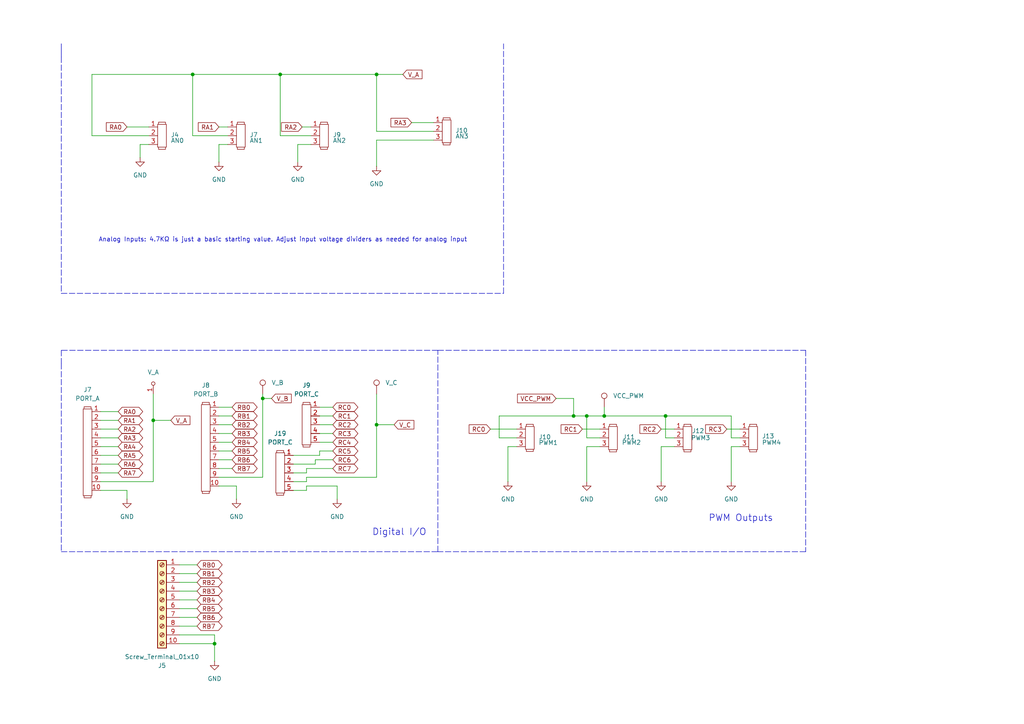
<source format=kicad_sch>
(kicad_sch
	(version 20250114)
	(generator "eeschema")
	(generator_version "9.0")
	(uuid "e3661239-ff72-4bce-b2db-3aa21695e7fe")
	(paper "A4")
	(title_block
		(title "Controller for Flooding Diorama")
		(date "2025-11-21")
		(rev "Revision 1")
		(company "Idaho State University College of Technology")
		(comment 1 "RCET Program")
		(comment 2 "Drawn By: Jacob Horsley")
	)
	(lib_symbols
		(symbol "Connector:Screw_Terminal_01x10"
			(pin_names
				(offset 1.016)
				(hide yes)
			)
			(exclude_from_sim no)
			(in_bom yes)
			(on_board yes)
			(property "Reference" "J"
				(at 0 12.7 0)
				(effects
					(font
						(size 1.27 1.27)
					)
				)
			)
			(property "Value" "Screw_Terminal_01x10"
				(at 0 -15.24 0)
				(effects
					(font
						(size 1.27 1.27)
					)
				)
			)
			(property "Footprint" ""
				(at 0 0 0)
				(effects
					(font
						(size 1.27 1.27)
					)
					(hide yes)
				)
			)
			(property "Datasheet" "~"
				(at 0 0 0)
				(effects
					(font
						(size 1.27 1.27)
					)
					(hide yes)
				)
			)
			(property "Description" "Generic screw terminal, single row, 01x10, script generated (kicad-library-utils/schlib/autogen/connector/)"
				(at 0 0 0)
				(effects
					(font
						(size 1.27 1.27)
					)
					(hide yes)
				)
			)
			(property "ki_keywords" "screw terminal"
				(at 0 0 0)
				(effects
					(font
						(size 1.27 1.27)
					)
					(hide yes)
				)
			)
			(property "ki_fp_filters" "TerminalBlock*:*"
				(at 0 0 0)
				(effects
					(font
						(size 1.27 1.27)
					)
					(hide yes)
				)
			)
			(symbol "Screw_Terminal_01x10_1_1"
				(rectangle
					(start -1.27 11.43)
					(end 1.27 -13.97)
					(stroke
						(width 0.254)
						(type default)
					)
					(fill
						(type background)
					)
				)
				(polyline
					(pts
						(xy -0.5334 10.4902) (xy 0.3302 9.652)
					)
					(stroke
						(width 0.1524)
						(type default)
					)
					(fill
						(type none)
					)
				)
				(polyline
					(pts
						(xy -0.5334 7.9502) (xy 0.3302 7.112)
					)
					(stroke
						(width 0.1524)
						(type default)
					)
					(fill
						(type none)
					)
				)
				(polyline
					(pts
						(xy -0.5334 5.4102) (xy 0.3302 4.572)
					)
					(stroke
						(width 0.1524)
						(type default)
					)
					(fill
						(type none)
					)
				)
				(polyline
					(pts
						(xy -0.5334 2.8702) (xy 0.3302 2.032)
					)
					(stroke
						(width 0.1524)
						(type default)
					)
					(fill
						(type none)
					)
				)
				(polyline
					(pts
						(xy -0.5334 0.3302) (xy 0.3302 -0.508)
					)
					(stroke
						(width 0.1524)
						(type default)
					)
					(fill
						(type none)
					)
				)
				(polyline
					(pts
						(xy -0.5334 -2.2098) (xy 0.3302 -3.048)
					)
					(stroke
						(width 0.1524)
						(type default)
					)
					(fill
						(type none)
					)
				)
				(polyline
					(pts
						(xy -0.5334 -4.7498) (xy 0.3302 -5.588)
					)
					(stroke
						(width 0.1524)
						(type default)
					)
					(fill
						(type none)
					)
				)
				(polyline
					(pts
						(xy -0.5334 -7.2898) (xy 0.3302 -8.128)
					)
					(stroke
						(width 0.1524)
						(type default)
					)
					(fill
						(type none)
					)
				)
				(polyline
					(pts
						(xy -0.5334 -9.8298) (xy 0.3302 -10.668)
					)
					(stroke
						(width 0.1524)
						(type default)
					)
					(fill
						(type none)
					)
				)
				(polyline
					(pts
						(xy -0.5334 -12.3698) (xy 0.3302 -13.208)
					)
					(stroke
						(width 0.1524)
						(type default)
					)
					(fill
						(type none)
					)
				)
				(polyline
					(pts
						(xy -0.3556 10.668) (xy 0.508 9.8298)
					)
					(stroke
						(width 0.1524)
						(type default)
					)
					(fill
						(type none)
					)
				)
				(polyline
					(pts
						(xy -0.3556 8.128) (xy 0.508 7.2898)
					)
					(stroke
						(width 0.1524)
						(type default)
					)
					(fill
						(type none)
					)
				)
				(polyline
					(pts
						(xy -0.3556 5.588) (xy 0.508 4.7498)
					)
					(stroke
						(width 0.1524)
						(type default)
					)
					(fill
						(type none)
					)
				)
				(polyline
					(pts
						(xy -0.3556 3.048) (xy 0.508 2.2098)
					)
					(stroke
						(width 0.1524)
						(type default)
					)
					(fill
						(type none)
					)
				)
				(polyline
					(pts
						(xy -0.3556 0.508) (xy 0.508 -0.3302)
					)
					(stroke
						(width 0.1524)
						(type default)
					)
					(fill
						(type none)
					)
				)
				(polyline
					(pts
						(xy -0.3556 -2.032) (xy 0.508 -2.8702)
					)
					(stroke
						(width 0.1524)
						(type default)
					)
					(fill
						(type none)
					)
				)
				(polyline
					(pts
						(xy -0.3556 -4.572) (xy 0.508 -5.4102)
					)
					(stroke
						(width 0.1524)
						(type default)
					)
					(fill
						(type none)
					)
				)
				(polyline
					(pts
						(xy -0.3556 -7.112) (xy 0.508 -7.9502)
					)
					(stroke
						(width 0.1524)
						(type default)
					)
					(fill
						(type none)
					)
				)
				(polyline
					(pts
						(xy -0.3556 -9.652) (xy 0.508 -10.4902)
					)
					(stroke
						(width 0.1524)
						(type default)
					)
					(fill
						(type none)
					)
				)
				(polyline
					(pts
						(xy -0.3556 -12.192) (xy 0.508 -13.0302)
					)
					(stroke
						(width 0.1524)
						(type default)
					)
					(fill
						(type none)
					)
				)
				(circle
					(center 0 10.16)
					(radius 0.635)
					(stroke
						(width 0.1524)
						(type default)
					)
					(fill
						(type none)
					)
				)
				(circle
					(center 0 7.62)
					(radius 0.635)
					(stroke
						(width 0.1524)
						(type default)
					)
					(fill
						(type none)
					)
				)
				(circle
					(center 0 5.08)
					(radius 0.635)
					(stroke
						(width 0.1524)
						(type default)
					)
					(fill
						(type none)
					)
				)
				(circle
					(center 0 2.54)
					(radius 0.635)
					(stroke
						(width 0.1524)
						(type default)
					)
					(fill
						(type none)
					)
				)
				(circle
					(center 0 0)
					(radius 0.635)
					(stroke
						(width 0.1524)
						(type default)
					)
					(fill
						(type none)
					)
				)
				(circle
					(center 0 -2.54)
					(radius 0.635)
					(stroke
						(width 0.1524)
						(type default)
					)
					(fill
						(type none)
					)
				)
				(circle
					(center 0 -5.08)
					(radius 0.635)
					(stroke
						(width 0.1524)
						(type default)
					)
					(fill
						(type none)
					)
				)
				(circle
					(center 0 -7.62)
					(radius 0.635)
					(stroke
						(width 0.1524)
						(type default)
					)
					(fill
						(type none)
					)
				)
				(circle
					(center 0 -10.16)
					(radius 0.635)
					(stroke
						(width 0.1524)
						(type default)
					)
					(fill
						(type none)
					)
				)
				(circle
					(center 0 -12.7)
					(radius 0.635)
					(stroke
						(width 0.1524)
						(type default)
					)
					(fill
						(type none)
					)
				)
				(pin passive line
					(at -5.08 10.16 0)
					(length 3.81)
					(name "Pin_1"
						(effects
							(font
								(size 1.27 1.27)
							)
						)
					)
					(number "1"
						(effects
							(font
								(size 1.27 1.27)
							)
						)
					)
				)
				(pin passive line
					(at -5.08 7.62 0)
					(length 3.81)
					(name "Pin_2"
						(effects
							(font
								(size 1.27 1.27)
							)
						)
					)
					(number "2"
						(effects
							(font
								(size 1.27 1.27)
							)
						)
					)
				)
				(pin passive line
					(at -5.08 5.08 0)
					(length 3.81)
					(name "Pin_3"
						(effects
							(font
								(size 1.27 1.27)
							)
						)
					)
					(number "3"
						(effects
							(font
								(size 1.27 1.27)
							)
						)
					)
				)
				(pin passive line
					(at -5.08 2.54 0)
					(length 3.81)
					(name "Pin_4"
						(effects
							(font
								(size 1.27 1.27)
							)
						)
					)
					(number "4"
						(effects
							(font
								(size 1.27 1.27)
							)
						)
					)
				)
				(pin passive line
					(at -5.08 0 0)
					(length 3.81)
					(name "Pin_5"
						(effects
							(font
								(size 1.27 1.27)
							)
						)
					)
					(number "5"
						(effects
							(font
								(size 1.27 1.27)
							)
						)
					)
				)
				(pin passive line
					(at -5.08 -2.54 0)
					(length 3.81)
					(name "Pin_6"
						(effects
							(font
								(size 1.27 1.27)
							)
						)
					)
					(number "6"
						(effects
							(font
								(size 1.27 1.27)
							)
						)
					)
				)
				(pin passive line
					(at -5.08 -5.08 0)
					(length 3.81)
					(name "Pin_7"
						(effects
							(font
								(size 1.27 1.27)
							)
						)
					)
					(number "7"
						(effects
							(font
								(size 1.27 1.27)
							)
						)
					)
				)
				(pin passive line
					(at -5.08 -7.62 0)
					(length 3.81)
					(name "Pin_8"
						(effects
							(font
								(size 1.27 1.27)
							)
						)
					)
					(number "8"
						(effects
							(font
								(size 1.27 1.27)
							)
						)
					)
				)
				(pin passive line
					(at -5.08 -10.16 0)
					(length 3.81)
					(name "Pin_9"
						(effects
							(font
								(size 1.27 1.27)
							)
						)
					)
					(number "9"
						(effects
							(font
								(size 1.27 1.27)
							)
						)
					)
				)
				(pin passive line
					(at -5.08 -12.7 0)
					(length 3.81)
					(name "Pin_10"
						(effects
							(font
								(size 1.27 1.27)
							)
						)
					)
					(number "10"
						(effects
							(font
								(size 1.27 1.27)
							)
						)
					)
				)
			)
			(embedded_fonts no)
		)
		(symbol "New_Library_2:PORT_A"
			(exclude_from_sim no)
			(in_bom yes)
			(on_board yes)
			(property "Reference" "J7"
				(at 0 8.89 0)
				(effects
					(font
						(size 1.27 1.27)
					)
				)
			)
			(property "Value" "PORT_A"
				(at 0 6.35 0)
				(effects
					(font
						(size 1.27 1.27)
					)
				)
			)
			(property "Footprint" ""
				(at 0 1.397 0)
				(effects
					(font
						(size 1.27 1.27)
					)
					(hide yes)
				)
			)
			(property "Datasheet" ""
				(at 0 1.397 0)
				(effects
					(font
						(size 1.27 1.27)
					)
					(hide yes)
				)
			)
			(property "Description" ""
				(at 0 1.397 0)
				(effects
					(font
						(size 1.27 1.27)
					)
					(hide yes)
				)
			)
			(symbol "PORT_A_0_1"
				(rectangle
					(start -1.27 3.302)
					(end 1.27 -21.844)
					(stroke
						(width 0)
						(type default)
					)
					(fill
						(type none)
					)
				)
				(polyline
					(pts
						(xy -1.016 -21.971) (xy -1.016 -22.479) (xy 1.016 -22.479) (xy 1.016 -21.971) (xy 1.016 -22.098)
					)
					(stroke
						(width 0)
						(type default)
					)
					(fill
						(type none)
					)
				)
				(polyline
					(pts
						(xy 1.016 3.429) (xy 1.016 3.937) (xy -1.016 3.937) (xy -1.016 3.429) (xy -1.016 3.556)
					)
					(stroke
						(width 0)
						(type default)
					)
					(fill
						(type none)
					)
				)
			)
			(symbol "PORT_A_1_1"
				(pin bidirectional line
					(at 3.81 2.54 180)
					(length 2.54)
					(name ""
						(effects
							(font
								(size 1.27 1.27)
							)
						)
					)
					(number "1"
						(effects
							(font
								(size 1.27 1.27)
							)
						)
					)
				)
				(pin bidirectional line
					(at 3.81 0 180)
					(length 2.54)
					(name ""
						(effects
							(font
								(size 1.27 1.27)
							)
						)
					)
					(number "2"
						(effects
							(font
								(size 1.27 1.27)
							)
						)
					)
				)
				(pin bidirectional line
					(at 3.81 -2.54 180)
					(length 2.54)
					(name "~"
						(effects
							(font
								(size 1.27 1.27)
							)
						)
					)
					(number "3"
						(effects
							(font
								(size 1.27 1.27)
							)
						)
					)
				)
				(pin bidirectional line
					(at 3.81 -5.08 180)
					(length 2.54)
					(name "~"
						(effects
							(font
								(size 1.27 1.27)
							)
						)
					)
					(number "4"
						(effects
							(font
								(size 1.27 1.27)
							)
						)
					)
				)
				(pin bidirectional line
					(at 3.81 -7.62 180)
					(length 2.54)
					(name "~"
						(effects
							(font
								(size 1.27 1.27)
							)
						)
					)
					(number "5"
						(effects
							(font
								(size 1.27 1.27)
							)
						)
					)
				)
				(pin bidirectional line
					(at 3.81 -10.16 180)
					(length 2.54)
					(name "~"
						(effects
							(font
								(size 1.27 1.27)
							)
						)
					)
					(number "6"
						(effects
							(font
								(size 1.27 1.27)
							)
						)
					)
				)
				(pin bidirectional line
					(at 3.81 -12.7 180)
					(length 2.54)
					(name "~"
						(effects
							(font
								(size 1.27 1.27)
							)
						)
					)
					(number "7"
						(effects
							(font
								(size 1.27 1.27)
							)
						)
					)
				)
				(pin bidirectional line
					(at 3.81 -15.24 180)
					(length 2.54)
					(name "~"
						(effects
							(font
								(size 1.27 1.27)
							)
						)
					)
					(number "8"
						(effects
							(font
								(size 1.27 1.27)
							)
						)
					)
				)
				(pin power_in line
					(at 3.81 -17.78 180)
					(length 2.54)
					(name "~"
						(effects
							(font
								(size 1.27 1.27)
							)
						)
					)
					(number "9"
						(effects
							(font
								(size 1.27 1.27)
							)
						)
					)
				)
				(pin bidirectional line
					(at 3.81 -20.32 180)
					(length 2.54)
					(name "~"
						(effects
							(font
								(size 1.27 1.27)
							)
						)
					)
					(number "10"
						(effects
							(font
								(size 1.27 1.27)
							)
						)
					)
				)
			)
			(embedded_fonts no)
		)
		(symbol "New_Library_2:PORT_B"
			(exclude_from_sim no)
			(in_bom yes)
			(on_board yes)
			(property "Reference" "J8"
				(at 0 8.89 0)
				(effects
					(font
						(size 1.27 1.27)
					)
				)
			)
			(property "Value" "PORT_B"
				(at 0 6.35 0)
				(effects
					(font
						(size 1.27 1.27)
					)
				)
			)
			(property "Footprint" ""
				(at 0 1.397 0)
				(effects
					(font
						(size 1.27 1.27)
					)
					(hide yes)
				)
			)
			(property "Datasheet" ""
				(at 0 1.397 0)
				(effects
					(font
						(size 1.27 1.27)
					)
					(hide yes)
				)
			)
			(property "Description" ""
				(at 0 1.397 0)
				(effects
					(font
						(size 1.27 1.27)
					)
					(hide yes)
				)
			)
			(symbol "PORT_B_0_1"
				(rectangle
					(start -1.27 3.302)
					(end 1.27 -21.844)
					(stroke
						(width 0)
						(type default)
					)
					(fill
						(type none)
					)
				)
				(polyline
					(pts
						(xy -1.016 -21.971) (xy -1.016 -22.479) (xy 1.016 -22.479) (xy 1.016 -21.971) (xy 1.016 -22.098)
					)
					(stroke
						(width 0)
						(type default)
					)
					(fill
						(type none)
					)
				)
				(polyline
					(pts
						(xy 1.016 3.429) (xy 1.016 3.937) (xy -1.016 3.937) (xy -1.016 3.429) (xy -1.016 3.556)
					)
					(stroke
						(width 0)
						(type default)
					)
					(fill
						(type none)
					)
				)
			)
			(symbol "PORT_B_1_1"
				(pin bidirectional line
					(at 3.81 2.54 180)
					(length 2.54)
					(name ""
						(effects
							(font
								(size 1.27 1.27)
							)
						)
					)
					(number "1"
						(effects
							(font
								(size 1.27 1.27)
							)
						)
					)
				)
				(pin bidirectional line
					(at 3.81 0 180)
					(length 2.54)
					(name ""
						(effects
							(font
								(size 1.27 1.27)
							)
						)
					)
					(number "2"
						(effects
							(font
								(size 1.27 1.27)
							)
						)
					)
				)
				(pin bidirectional line
					(at 3.81 -2.54 180)
					(length 2.54)
					(name "~"
						(effects
							(font
								(size 1.27 1.27)
							)
						)
					)
					(number "3"
						(effects
							(font
								(size 1.27 1.27)
							)
						)
					)
				)
				(pin bidirectional line
					(at 3.81 -5.08 180)
					(length 2.54)
					(name "~"
						(effects
							(font
								(size 1.27 1.27)
							)
						)
					)
					(number "4"
						(effects
							(font
								(size 1.27 1.27)
							)
						)
					)
				)
				(pin bidirectional line
					(at 3.81 -7.62 180)
					(length 2.54)
					(name "~"
						(effects
							(font
								(size 1.27 1.27)
							)
						)
					)
					(number "5"
						(effects
							(font
								(size 1.27 1.27)
							)
						)
					)
				)
				(pin bidirectional line
					(at 3.81 -10.16 180)
					(length 2.54)
					(name "~"
						(effects
							(font
								(size 1.27 1.27)
							)
						)
					)
					(number "6"
						(effects
							(font
								(size 1.27 1.27)
							)
						)
					)
				)
				(pin bidirectional line
					(at 3.81 -12.7 180)
					(length 2.54)
					(name "~"
						(effects
							(font
								(size 1.27 1.27)
							)
						)
					)
					(number "7"
						(effects
							(font
								(size 1.27 1.27)
							)
						)
					)
				)
				(pin bidirectional line
					(at 3.81 -15.24 180)
					(length 2.54)
					(name "~"
						(effects
							(font
								(size 1.27 1.27)
							)
						)
					)
					(number "8"
						(effects
							(font
								(size 1.27 1.27)
							)
						)
					)
				)
				(pin power_in line
					(at 3.81 -17.78 180)
					(length 2.54)
					(name "~"
						(effects
							(font
								(size 1.27 1.27)
							)
						)
					)
					(number "9"
						(effects
							(font
								(size 1.27 1.27)
							)
						)
					)
				)
				(pin bidirectional line
					(at 3.81 -20.32 180)
					(length 2.54)
					(name "~"
						(effects
							(font
								(size 1.27 1.27)
							)
						)
					)
					(number "10"
						(effects
							(font
								(size 1.27 1.27)
							)
						)
					)
				)
			)
			(embedded_fonts no)
		)
		(symbol "New_Library_2:PORT_C"
			(exclude_from_sim no)
			(in_bom yes)
			(on_board yes)
			(property "Reference" "J8"
				(at 0 8.89 0)
				(effects
					(font
						(size 1.27 1.27)
					)
				)
			)
			(property "Value" "PORT_C"
				(at 0 6.35 0)
				(effects
					(font
						(size 1.27 1.27)
					)
				)
			)
			(property "Footprint" "1Library:1991341"
				(at 0 1.397 0)
				(effects
					(font
						(size 1.27 1.27)
					)
					(hide yes)
				)
			)
			(property "Datasheet" ""
				(at 0 1.397 0)
				(effects
					(font
						(size 1.27 1.27)
					)
					(hide yes)
				)
			)
			(property "Description" ""
				(at 0 1.397 0)
				(effects
					(font
						(size 1.27 1.27)
					)
					(hide yes)
				)
			)
			(symbol "PORT_C_0_1"
				(rectangle
					(start -1.27 3.302)
					(end 1.27 -8.382)
					(stroke
						(width 0)
						(type default)
					)
					(fill
						(type none)
					)
				)
				(polyline
					(pts
						(xy -1.016 -8.509) (xy -1.016 -9.017) (xy 1.016 -9.017) (xy 1.016 -8.509) (xy 1.016 -8.636)
					)
					(stroke
						(width 0)
						(type default)
					)
					(fill
						(type none)
					)
				)
				(polyline
					(pts
						(xy 1.016 3.429) (xy 1.016 3.937) (xy -1.016 3.937) (xy -1.016 3.429) (xy -1.016 3.556)
					)
					(stroke
						(width 0)
						(type default)
					)
					(fill
						(type none)
					)
				)
			)
			(symbol "PORT_C_1_1"
				(pin bidirectional line
					(at 3.81 2.54 180)
					(length 2.54)
					(name ""
						(effects
							(font
								(size 1.27 1.27)
							)
						)
					)
					(number "1"
						(effects
							(font
								(size 1.27 1.27)
							)
						)
					)
				)
				(pin bidirectional line
					(at 3.81 0 180)
					(length 2.54)
					(name ""
						(effects
							(font
								(size 1.27 1.27)
							)
						)
					)
					(number "2"
						(effects
							(font
								(size 1.27 1.27)
							)
						)
					)
				)
				(pin bidirectional line
					(at 3.81 -2.54 180)
					(length 2.54)
					(name "~"
						(effects
							(font
								(size 1.27 1.27)
							)
						)
					)
					(number "3"
						(effects
							(font
								(size 1.27 1.27)
							)
						)
					)
				)
				(pin bidirectional line
					(at 3.81 -5.08 180)
					(length 2.54)
					(name "~"
						(effects
							(font
								(size 1.27 1.27)
							)
						)
					)
					(number "4"
						(effects
							(font
								(size 1.27 1.27)
							)
						)
					)
				)
				(pin bidirectional line
					(at 3.81 -7.62 180)
					(length 2.54)
					(name "~"
						(effects
							(font
								(size 1.27 1.27)
							)
						)
					)
					(number "5"
						(effects
							(font
								(size 1.27 1.27)
							)
						)
					)
				)
			)
			(embedded_fonts no)
		)
		(symbol "New_Library_2:PWM1"
			(exclude_from_sim no)
			(in_bom yes)
			(on_board yes)
			(property "Reference" "J10"
				(at 2.54 0.254 0)
				(effects
					(font
						(size 1.27 1.27)
					)
					(justify left)
				)
			)
			(property "Value" "PWM1"
				(at 2.54 -1.3969 0)
				(effects
					(font
						(size 1.27 1.27)
					)
					(justify left)
				)
			)
			(property "Footprint" ""
				(at 0 1.397 0)
				(effects
					(font
						(size 1.27 1.27)
					)
					(hide yes)
				)
			)
			(property "Datasheet" ""
				(at 0 1.397 0)
				(effects
					(font
						(size 1.27 1.27)
					)
					(hide yes)
				)
			)
			(property "Description" ""
				(at 0 1.397 0)
				(effects
					(font
						(size 1.27 1.27)
					)
					(hide yes)
				)
			)
			(symbol "PWM1_0_1"
				(polyline
					(pts
						(xy -1.016 3.429) (xy -1.016 3.937) (xy 1.016 3.937) (xy 1.016 3.429) (xy 1.016 3.556)
					)
					(stroke
						(width 0)
						(type default)
					)
					(fill
						(type none)
					)
				)
				(polyline
					(pts
						(xy 1.016 -3.429) (xy 1.016 -3.937) (xy -1.016 -3.937) (xy -1.016 -3.429) (xy -1.016 -3.556)
					)
					(stroke
						(width 0)
						(type default)
					)
					(fill
						(type none)
					)
				)
				(rectangle
					(start 1.27 3.302)
					(end -1.27 -3.302)
					(stroke
						(width 0)
						(type default)
					)
					(fill
						(type none)
					)
				)
			)
			(symbol "PWM1_1_1"
				(pin bidirectional line
					(at -3.81 2.54 0)
					(length 2.54)
					(name ""
						(effects
							(font
								(size 1.27 1.27)
							)
						)
					)
					(number "1"
						(effects
							(font
								(size 1.27 1.27)
							)
						)
					)
				)
				(pin power_in line
					(at -3.81 0 0)
					(length 2.54)
					(name ""
						(effects
							(font
								(size 1.27 1.27)
							)
						)
					)
					(number "2"
						(effects
							(font
								(size 1.27 1.27)
							)
						)
					)
				)
				(pin unspecified line
					(at -3.81 -2.54 0)
					(length 2.54)
					(name "~"
						(effects
							(font
								(size 1.27 1.27)
							)
						)
					)
					(number "3"
						(effects
							(font
								(size 1.27 1.27)
							)
						)
					)
				)
			)
			(embedded_fonts no)
		)
		(symbol "New_Library_2:PWM2"
			(exclude_from_sim no)
			(in_bom yes)
			(on_board yes)
			(property "Reference" "J11"
				(at 2.794 0.254 0)
				(effects
					(font
						(size 1.27 1.27)
					)
					(justify left)
				)
			)
			(property "Value" "PWM2"
				(at 2.54 -1.3334 0)
				(effects
					(font
						(size 1.27 1.27)
					)
					(justify left)
				)
			)
			(property "Footprint" ""
				(at 0 1.397 0)
				(effects
					(font
						(size 1.27 1.27)
					)
					(hide yes)
				)
			)
			(property "Datasheet" ""
				(at 0 1.397 0)
				(effects
					(font
						(size 1.27 1.27)
					)
					(hide yes)
				)
			)
			(property "Description" ""
				(at 0 1.397 0)
				(effects
					(font
						(size 1.27 1.27)
					)
					(hide yes)
				)
			)
			(symbol "PWM2_0_1"
				(rectangle
					(start -1.27 3.302)
					(end 1.27 -3.429)
					(stroke
						(width 0)
						(type default)
					)
					(fill
						(type none)
					)
				)
				(polyline
					(pts
						(xy -1.016 3.429) (xy -1.016 3.937) (xy 1.016 3.937) (xy 1.016 3.429) (xy 1.016 3.556)
					)
					(stroke
						(width 0)
						(type default)
					)
					(fill
						(type none)
					)
				)
				(polyline
					(pts
						(xy 1.016 -3.556) (xy 1.016 -4.064) (xy -1.016 -4.064) (xy -1.016 -3.556) (xy -1.016 -3.683)
					)
					(stroke
						(width 0)
						(type default)
					)
					(fill
						(type none)
					)
				)
			)
			(symbol "PWM2_1_1"
				(pin bidirectional line
					(at -3.81 2.54 0)
					(length 2.54)
					(name ""
						(effects
							(font
								(size 1.27 1.27)
							)
						)
					)
					(number "1"
						(effects
							(font
								(size 1.27 1.27)
							)
						)
					)
				)
				(pin power_in line
					(at -3.81 0 0)
					(length 2.54)
					(name ""
						(effects
							(font
								(size 1.27 1.27)
							)
						)
					)
					(number "2"
						(effects
							(font
								(size 1.27 1.27)
							)
						)
					)
				)
				(pin bidirectional line
					(at -3.81 -2.54 0)
					(length 2.54)
					(name "~"
						(effects
							(font
								(size 1.27 1.27)
							)
						)
					)
					(number "3"
						(effects
							(font
								(size 1.27 1.27)
							)
						)
					)
				)
			)
			(embedded_fonts no)
		)
		(symbol "New_Library_2:PWM3"
			(exclude_from_sim no)
			(in_bom yes)
			(on_board yes)
			(property "Reference" "J12"
				(at 2.54 0.508 0)
				(effects
					(font
						(size 1.27 1.27)
					)
					(justify left)
				)
			)
			(property "Value" "PWM3"
				(at 2.54 -1.3334 0)
				(effects
					(font
						(size 1.27 1.27)
					)
					(justify left)
				)
			)
			(property "Footprint" ""
				(at 0 1.397 0)
				(effects
					(font
						(size 1.27 1.27)
					)
					(hide yes)
				)
			)
			(property "Datasheet" ""
				(at 0 1.397 0)
				(effects
					(font
						(size 1.27 1.27)
					)
					(hide yes)
				)
			)
			(property "Description" ""
				(at 0 1.397 0)
				(effects
					(font
						(size 1.27 1.27)
					)
					(hide yes)
				)
			)
			(symbol "PWM3_0_1"
				(polyline
					(pts
						(xy -1.016 3.429) (xy -1.016 3.937) (xy 1.016 3.937) (xy 1.016 3.429) (xy 1.016 3.556)
					)
					(stroke
						(width 0)
						(type default)
					)
					(fill
						(type none)
					)
				)
				(polyline
					(pts
						(xy 1.016 -3.556) (xy 1.016 -4.064) (xy -1.016 -4.064) (xy -1.016 -3.556) (xy -1.016 -3.683)
					)
					(stroke
						(width 0)
						(type default)
					)
					(fill
						(type none)
					)
				)
				(rectangle
					(start 1.27 3.302)
					(end -1.27 -3.429)
					(stroke
						(width 0)
						(type default)
					)
					(fill
						(type none)
					)
				)
			)
			(symbol "PWM3_1_1"
				(pin unspecified line
					(at -3.81 2.54 0)
					(length 2.54)
					(name ""
						(effects
							(font
								(size 1.27 1.27)
							)
						)
					)
					(number "1"
						(effects
							(font
								(size 1.27 1.27)
							)
						)
					)
				)
				(pin power_in line
					(at -3.81 0 0)
					(length 2.54)
					(name ""
						(effects
							(font
								(size 1.27 1.27)
							)
						)
					)
					(number "2"
						(effects
							(font
								(size 1.27 1.27)
							)
						)
					)
				)
				(pin unspecified line
					(at -3.81 -2.54 0)
					(length 2.54)
					(name "~"
						(effects
							(font
								(size 1.27 1.27)
							)
						)
					)
					(number "3"
						(effects
							(font
								(size 1.27 1.27)
							)
						)
					)
				)
			)
			(embedded_fonts no)
		)
		(symbol "New_Library_2:PWM4"
			(exclude_from_sim no)
			(in_bom yes)
			(on_board yes)
			(property "Reference" "J13"
				(at 2.54 0.508 0)
				(effects
					(font
						(size 1.27 1.27)
					)
					(justify left)
				)
			)
			(property "Value" "PWM4"
				(at 2.54 -1.3334 0)
				(effects
					(font
						(size 1.27 1.27)
					)
					(justify left)
				)
			)
			(property "Footprint" ""
				(at 0 1.397 0)
				(effects
					(font
						(size 1.27 1.27)
					)
					(hide yes)
				)
			)
			(property "Datasheet" ""
				(at 0 1.397 0)
				(effects
					(font
						(size 1.27 1.27)
					)
					(hide yes)
				)
			)
			(property "Description" ""
				(at 0 1.397 0)
				(effects
					(font
						(size 1.27 1.27)
					)
					(hide yes)
				)
			)
			(symbol "PWM4_0_1"
				(polyline
					(pts
						(xy -1.016 3.429) (xy -1.016 3.937) (xy 1.016 3.937) (xy 1.016 3.429) (xy 1.016 3.556)
					)
					(stroke
						(width 0)
						(type default)
					)
					(fill
						(type none)
					)
				)
				(polyline
					(pts
						(xy 1.016 -3.556) (xy 1.016 -4.064) (xy -1.016 -4.064) (xy -1.016 -3.556) (xy -1.016 -3.683)
					)
					(stroke
						(width 0)
						(type default)
					)
					(fill
						(type none)
					)
				)
				(rectangle
					(start 1.27 3.302)
					(end -1.27 -3.429)
					(stroke
						(width 0)
						(type default)
					)
					(fill
						(type none)
					)
				)
			)
			(symbol "PWM4_1_1"
				(pin unspecified line
					(at -3.81 2.54 0)
					(length 2.54)
					(name ""
						(effects
							(font
								(size 1.27 1.27)
							)
						)
					)
					(number "1"
						(effects
							(font
								(size 1.27 1.27)
							)
						)
					)
				)
				(pin power_in line
					(at -3.81 0 0)
					(length 2.54)
					(name ""
						(effects
							(font
								(size 1.27 1.27)
							)
						)
					)
					(number "2"
						(effects
							(font
								(size 1.27 1.27)
							)
						)
					)
				)
				(pin unspecified line
					(at -3.81 -2.54 0)
					(length 2.54)
					(name "~"
						(effects
							(font
								(size 1.27 1.27)
							)
						)
					)
					(number "3"
						(effects
							(font
								(size 1.27 1.27)
							)
						)
					)
				)
			)
			(embedded_fonts no)
		)
		(symbol "New_Library_2:VCC_PWM"
			(power)
			(pin_numbers
				(hide yes)
			)
			(pin_names
				(offset 0)
				(hide yes)
			)
			(exclude_from_sim no)
			(in_bom no)
			(on_board no)
			(property "Reference" "~"
				(at -3.81 2.54 0)
				(effects
					(font
						(size 1.27 1.27)
					)
					(hide yes)
				)
			)
			(property "Value" "VCC_PWM"
				(at 0 4.572 0)
				(effects
					(font
						(size 1.27 1.27)
					)
				)
			)
			(property "Footprint" ""
				(at -3.81 2.54 0)
				(effects
					(font
						(size 1.27 1.27)
					)
					(hide yes)
				)
			)
			(property "Datasheet" ""
				(at -3.81 2.54 0)
				(effects
					(font
						(size 1.27 1.27)
					)
					(hide yes)
				)
			)
			(property "Description" ""
				(at -3.81 2.54 0)
				(effects
					(font
						(size 1.27 1.27)
					)
					(hide yes)
				)
			)
			(symbol "VCC_PWM_0_1"
				(circle
					(center 0 2.032)
					(radius 0.8032)
					(stroke
						(width 0)
						(type default)
					)
					(fill
						(type none)
					)
				)
			)
			(symbol "VCC_PWM_1_1"
				(pin power_out line
					(at 0 -1.27 90)
					(length 2.54)
					(name "VCC"
						(effects
							(font
								(size 1.27 1.27)
							)
						)
					)
					(number "1"
						(effects
							(font
								(size 1.27 1.27)
							)
						)
					)
				)
			)
			(embedded_fonts no)
		)
		(symbol "New_Library_2:V_A"
			(power)
			(exclude_from_sim no)
			(in_bom no)
			(on_board no)
			(property "Reference" "#PWR"
				(at 0 2.54 0)
				(effects
					(font
						(size 1.27 1.27)
					)
					(hide yes)
				)
			)
			(property "Value" "V_A"
				(at 0 2.286 0)
				(effects
					(font
						(size 1.27 1.27)
					)
				)
			)
			(property "Footprint" ""
				(at 0 0 0)
				(effects
					(font
						(size 1.27 1.27)
					)
					(hide yes)
				)
			)
			(property "Datasheet" ""
				(at 0 0 0)
				(effects
					(font
						(size 1.27 1.27)
					)
					(hide yes)
				)
			)
			(property "Description" ""
				(at 0 0 0)
				(effects
					(font
						(size 1.27 1.27)
					)
					(hide yes)
				)
			)
			(symbol "V_A_0_1"
				(circle
					(center 0 0.508)
					(radius 0.508)
					(stroke
						(width 0)
						(type default)
					)
					(fill
						(type none)
					)
				)
			)
			(symbol "V_A_1_1"
				(pin input line
					(at 0 -2.54 90)
					(length 2.54)
					(name ""
						(effects
							(font
								(size 1.27 1.27)
							)
						)
					)
					(number "1"
						(effects
							(font
								(size 1.27 1.27)
							)
						)
					)
				)
			)
			(embedded_fonts no)
		)
		(symbol "New_Library_2:V_B"
			(power)
			(pin_numbers
				(hide yes)
			)
			(pin_names
				(offset 0)
				(hide yes)
			)
			(exclude_from_sim no)
			(in_bom no)
			(on_board no)
			(property "Reference" "~"
				(at -3.81 2.54 0)
				(effects
					(font
						(size 1.27 1.27)
					)
					(hide yes)
				)
			)
			(property "Value" "V_B"
				(at 0 4.572 0)
				(effects
					(font
						(size 1.27 1.27)
					)
				)
			)
			(property "Footprint" ""
				(at -3.81 2.54 0)
				(effects
					(font
						(size 1.27 1.27)
					)
					(hide yes)
				)
			)
			(property "Datasheet" ""
				(at -3.81 2.54 0)
				(effects
					(font
						(size 1.27 1.27)
					)
					(hide yes)
				)
			)
			(property "Description" ""
				(at -3.81 2.54 0)
				(effects
					(font
						(size 1.27 1.27)
					)
					(hide yes)
				)
			)
			(symbol "V_B_0_1"
				(circle
					(center 0 2.032)
					(radius 0.8032)
					(stroke
						(width 0)
						(type default)
					)
					(fill
						(type none)
					)
				)
			)
			(symbol "V_B_1_1"
				(pin power_out line
					(at 0 -1.27 90)
					(length 2.54)
					(name "VCC"
						(effects
							(font
								(size 1.27 1.27)
							)
						)
					)
					(number "1"
						(effects
							(font
								(size 1.27 1.27)
							)
						)
					)
				)
			)
			(embedded_fonts no)
		)
		(symbol "New_Library_2:V_C"
			(power)
			(pin_numbers
				(hide yes)
			)
			(pin_names
				(offset 0)
				(hide yes)
			)
			(exclude_from_sim no)
			(in_bom no)
			(on_board no)
			(property "Reference" "~"
				(at -3.81 2.54 0)
				(effects
					(font
						(size 1.27 1.27)
					)
					(hide yes)
				)
			)
			(property "Value" "V_C"
				(at 0 4.572 0)
				(effects
					(font
						(size 1.27 1.27)
					)
				)
			)
			(property "Footprint" ""
				(at -3.81 2.54 0)
				(effects
					(font
						(size 1.27 1.27)
					)
					(hide yes)
				)
			)
			(property "Datasheet" ""
				(at -3.81 2.54 0)
				(effects
					(font
						(size 1.27 1.27)
					)
					(hide yes)
				)
			)
			(property "Description" ""
				(at -3.81 2.54 0)
				(effects
					(font
						(size 1.27 1.27)
					)
					(hide yes)
				)
			)
			(symbol "V_C_0_1"
				(circle
					(center 0 2.032)
					(radius 0.8032)
					(stroke
						(width 0)
						(type default)
					)
					(fill
						(type none)
					)
				)
			)
			(symbol "V_C_1_1"
				(pin power_out line
					(at 0 -1.27 90)
					(length 2.54)
					(name "VCC"
						(effects
							(font
								(size 1.27 1.27)
							)
						)
					)
					(number "1"
						(effects
							(font
								(size 1.27 1.27)
							)
						)
					)
				)
			)
			(embedded_fonts no)
		)
		(symbol "power:GND"
			(power)
			(pin_numbers
				(hide yes)
			)
			(pin_names
				(offset 0)
				(hide yes)
			)
			(exclude_from_sim no)
			(in_bom yes)
			(on_board yes)
			(property "Reference" "#PWR"
				(at 0 -6.35 0)
				(effects
					(font
						(size 1.27 1.27)
					)
					(hide yes)
				)
			)
			(property "Value" "GND"
				(at 0 -3.81 0)
				(effects
					(font
						(size 1.27 1.27)
					)
				)
			)
			(property "Footprint" ""
				(at 0 0 0)
				(effects
					(font
						(size 1.27 1.27)
					)
					(hide yes)
				)
			)
			(property "Datasheet" ""
				(at 0 0 0)
				(effects
					(font
						(size 1.27 1.27)
					)
					(hide yes)
				)
			)
			(property "Description" "Power symbol creates a global label with name \"GND\" , ground"
				(at 0 0 0)
				(effects
					(font
						(size 1.27 1.27)
					)
					(hide yes)
				)
			)
			(property "ki_keywords" "global power"
				(at 0 0 0)
				(effects
					(font
						(size 1.27 1.27)
					)
					(hide yes)
				)
			)
			(symbol "GND_0_1"
				(polyline
					(pts
						(xy 0 0) (xy 0 -1.27) (xy 1.27 -1.27) (xy 0 -2.54) (xy -1.27 -1.27) (xy 0 -1.27)
					)
					(stroke
						(width 0)
						(type default)
					)
					(fill
						(type none)
					)
				)
			)
			(symbol "GND_1_1"
				(pin power_in line
					(at 0 0 270)
					(length 0)
					(name "~"
						(effects
							(font
								(size 1.27 1.27)
							)
						)
					)
					(number "1"
						(effects
							(font
								(size 1.27 1.27)
							)
						)
					)
				)
			)
			(embedded_fonts no)
		)
	)
	(text "Analog Inputs: 4.7KΩ is just a basic starting value. Adjust input voltage dividers as needed for analog input"
		(exclude_from_sim no)
		(at 82.042 69.596 0)
		(effects
			(font
				(size 1.27 1.27)
			)
		)
		(uuid "3e870133-436d-402c-be3d-a68644d2ae12")
	)
	(text "PWM Outputs"
		(exclude_from_sim no)
		(at 214.884 150.368 0)
		(effects
			(font
				(size 1.905 1.905)
			)
		)
		(uuid "75334abc-ac7d-4849-a16e-e51af2a22311")
	)
	(text "Digital I/O"
		(exclude_from_sim no)
		(at 115.824 154.432 0)
		(effects
			(font
				(size 1.905 1.905)
			)
		)
		(uuid "ee4e18ca-0cd2-43e6-8310-76683306a096")
	)
	(junction
		(at 81.28 21.59)
		(diameter 0)
		(color 0 0 0 0)
		(uuid "2e6cc73f-a42f-4892-a9ca-bceef2a7a696")
	)
	(junction
		(at 76.2 115.57)
		(diameter 0)
		(color 0 0 0 0)
		(uuid "3379740b-326d-43b4-80a0-e1b4d8b16b37")
	)
	(junction
		(at 109.22 21.59)
		(diameter 0)
		(color 0 0 0 0)
		(uuid "8396148e-9a9a-429c-a9ee-f9428457188d")
	)
	(junction
		(at 44.45 121.92)
		(diameter 0)
		(color 0 0 0 0)
		(uuid "8a438d64-14ca-4f0a-bca2-8ba600ef3325")
	)
	(junction
		(at 62.23 186.69)
		(diameter 0)
		(color 0 0 0 0)
		(uuid "a0164916-4af8-4bcb-83d1-75b5b31ac32a")
	)
	(junction
		(at 175.26 120.65)
		(diameter 0)
		(color 0 0 0 0)
		(uuid "a8f1ff9f-3f15-49d0-92c9-a50840c668b6")
	)
	(junction
		(at 166.37 120.65)
		(diameter 0)
		(color 0 0 0 0)
		(uuid "a939af7d-6de1-41d7-ad3f-9325e20e45a8")
	)
	(junction
		(at 193.04 120.65)
		(diameter 0)
		(color 0 0 0 0)
		(uuid "a9989409-9dbc-45a8-a3eb-9a9a241add03")
	)
	(junction
		(at 170.18 120.65)
		(diameter 0)
		(color 0 0 0 0)
		(uuid "cd110a60-4b3e-4d25-bba3-3f1d3f0df03a")
	)
	(junction
		(at 55.88 21.59)
		(diameter 0)
		(color 0 0 0 0)
		(uuid "e10930ff-bf95-4b66-98cf-f629fb7fe1a5")
	)
	(junction
		(at 109.22 123.19)
		(diameter 0)
		(color 0 0 0 0)
		(uuid "e2eda346-6fb9-4228-ac29-ff5d0b88d25f")
	)
	(wire
		(pts
			(xy 29.21 137.16) (xy 34.29 137.16)
		)
		(stroke
			(width 0)
			(type default)
		)
		(uuid "04c4d56e-2387-446a-b61d-3f88f4b09ca5")
	)
	(wire
		(pts
			(xy 63.5 133.35) (xy 67.31 133.35)
		)
		(stroke
			(width 0)
			(type default)
		)
		(uuid "07821408-af40-43e7-9a48-e7fccdc3df22")
	)
	(wire
		(pts
			(xy 66.04 39.37) (xy 55.88 39.37)
		)
		(stroke
			(width 0)
			(type default)
		)
		(uuid "08dca130-327c-4638-a21f-508eea53b2ae")
	)
	(wire
		(pts
			(xy 76.2 115.57) (xy 78.74 115.57)
		)
		(stroke
			(width 0)
			(type default)
		)
		(uuid "0a4dbd6f-c021-47b8-96a5-537d9adf0257")
	)
	(wire
		(pts
			(xy 55.88 39.37) (xy 55.88 21.59)
		)
		(stroke
			(width 0)
			(type default)
		)
		(uuid "0a8cd419-a787-40da-847e-eeff6fd4c269")
	)
	(wire
		(pts
			(xy 52.07 166.37) (xy 57.15 166.37)
		)
		(stroke
			(width 0)
			(type default)
		)
		(uuid "0b8120bc-8fb1-484d-a399-66df94e234cf")
	)
	(wire
		(pts
			(xy 212.09 129.54) (xy 212.09 139.7)
		)
		(stroke
			(width 0)
			(type default)
		)
		(uuid "0cdb461d-7c10-4c6e-85e7-46e2cfd6d2c7")
	)
	(wire
		(pts
			(xy 144.78 127) (xy 149.86 127)
		)
		(stroke
			(width 0)
			(type default)
		)
		(uuid "100ea1aa-7cbb-45ca-8227-b364515f16d3")
	)
	(wire
		(pts
			(xy 26.67 21.59) (xy 55.88 21.59)
		)
		(stroke
			(width 0)
			(type default)
		)
		(uuid "10e02772-896f-48cc-9337-4d6d29900c75")
	)
	(wire
		(pts
			(xy 26.67 39.37) (xy 26.67 21.59)
		)
		(stroke
			(width 0)
			(type default)
		)
		(uuid "12e33b44-5a27-47d0-97be-b4fccb90d925")
	)
	(polyline
		(pts
			(xy 17.78 105.41) (xy 17.78 160.02)
		)
		(stroke
			(width 0)
			(type dash)
		)
		(uuid "16c56658-851f-4de8-bfbe-3bed5997dfdf")
	)
	(wire
		(pts
			(xy 66.04 41.91) (xy 63.5 41.91)
		)
		(stroke
			(width 0)
			(type default)
		)
		(uuid "1708dc4f-11c1-4b6c-a322-776771233944")
	)
	(wire
		(pts
			(xy 92.71 132.08) (xy 92.71 130.81)
		)
		(stroke
			(width 0)
			(type default)
		)
		(uuid "1a4e3f16-f8ee-4d93-9888-c4a4309e0fd4")
	)
	(wire
		(pts
			(xy 90.17 39.37) (xy 81.28 39.37)
		)
		(stroke
			(width 0)
			(type default)
		)
		(uuid "1da785d6-59cb-446c-b7a5-58e5e829753b")
	)
	(wire
		(pts
			(xy 63.5 41.91) (xy 63.5 46.99)
		)
		(stroke
			(width 0)
			(type default)
		)
		(uuid "1dc86a99-f148-4203-90b6-f2940d5b00ba")
	)
	(wire
		(pts
			(xy 29.21 127) (xy 34.29 127)
		)
		(stroke
			(width 0)
			(type default)
		)
		(uuid "1eb131e7-2399-4ba0-97f5-1a134cca211e")
	)
	(wire
		(pts
			(xy 191.77 129.54) (xy 191.77 139.7)
		)
		(stroke
			(width 0)
			(type default)
		)
		(uuid "20599fab-0f07-4db2-8149-5b06afa4027b")
	)
	(wire
		(pts
			(xy 109.22 21.59) (xy 116.84 21.59)
		)
		(stroke
			(width 0)
			(type default)
		)
		(uuid "2511282f-0caa-4452-936e-6e6f3d4533b6")
	)
	(wire
		(pts
			(xy 52.07 173.99) (xy 57.15 173.99)
		)
		(stroke
			(width 0)
			(type default)
		)
		(uuid "28896189-b454-4633-9993-7c9acfae60c4")
	)
	(wire
		(pts
			(xy 92.71 123.19) (xy 96.52 123.19)
		)
		(stroke
			(width 0)
			(type default)
		)
		(uuid "29af4481-9fe8-42b8-b981-59b631182a1f")
	)
	(wire
		(pts
			(xy 76.2 138.43) (xy 76.2 115.57)
		)
		(stroke
			(width 0)
			(type default)
		)
		(uuid "2f3ab584-0268-426a-a727-26b3e1e7d294")
	)
	(wire
		(pts
			(xy 63.5 138.43) (xy 76.2 138.43)
		)
		(stroke
			(width 0)
			(type default)
		)
		(uuid "304f92f1-ebf5-4f1e-aaef-07a8f8177082")
	)
	(polyline
		(pts
			(xy 127 101.6) (xy 17.78 101.6)
		)
		(stroke
			(width 0)
			(type dash)
		)
		(uuid "37fddc6e-68c9-4c6c-89f7-a87671bef29f")
	)
	(wire
		(pts
			(xy 88.9 135.89) (xy 96.52 135.89)
		)
		(stroke
			(width 0)
			(type default)
		)
		(uuid "3971e245-b47d-4122-80aa-37eaf48bc1e9")
	)
	(wire
		(pts
			(xy 109.22 40.64) (xy 109.22 48.26)
		)
		(stroke
			(width 0)
			(type default)
		)
		(uuid "39f6241c-79b3-4d40-a08f-8d4e111b8c20")
	)
	(wire
		(pts
			(xy 210.82 124.46) (xy 214.63 124.46)
		)
		(stroke
			(width 0)
			(type default)
		)
		(uuid "3b4c784f-2675-484f-b86b-ccd857fd3a4a")
	)
	(wire
		(pts
			(xy 109.22 138.43) (xy 109.22 123.19)
		)
		(stroke
			(width 0)
			(type default)
		)
		(uuid "3bb2ba90-ce2b-48d0-ab63-a279b79ee13a")
	)
	(wire
		(pts
			(xy 44.45 121.92) (xy 49.53 121.92)
		)
		(stroke
			(width 0)
			(type default)
		)
		(uuid "3bcb3108-51bf-43d4-93d3-225f0de12250")
	)
	(wire
		(pts
			(xy 52.07 179.07) (xy 57.15 179.07)
		)
		(stroke
			(width 0)
			(type default)
		)
		(uuid "3f03069d-0ecc-4d5e-aec2-5660139a872d")
	)
	(wire
		(pts
			(xy 170.18 120.65) (xy 175.26 120.65)
		)
		(stroke
			(width 0)
			(type default)
		)
		(uuid "3f28888a-463e-48d9-8aaf-b65cf72a7509")
	)
	(wire
		(pts
			(xy 63.5 140.97) (xy 68.58 140.97)
		)
		(stroke
			(width 0)
			(type default)
		)
		(uuid "41a2dd96-8254-456f-99ab-7cbd34eb9937")
	)
	(wire
		(pts
			(xy 44.45 139.7) (xy 44.45 121.92)
		)
		(stroke
			(width 0)
			(type default)
		)
		(uuid "48a50182-a87d-4351-94b6-e2e76f5f710d")
	)
	(polyline
		(pts
			(xy 17.78 12.7) (xy 17.78 16.51)
		)
		(stroke
			(width 0)
			(type default)
		)
		(uuid "498433b3-5a37-476d-b7c4-3ac7f2abfa6f")
	)
	(wire
		(pts
			(xy 193.04 120.65) (xy 212.09 120.65)
		)
		(stroke
			(width 0)
			(type default)
		)
		(uuid "4add4b57-d814-4456-900e-fad85a5df01b")
	)
	(wire
		(pts
			(xy 144.78 120.65) (xy 166.37 120.65)
		)
		(stroke
			(width 0)
			(type default)
		)
		(uuid "4d90a2fa-24f1-4973-bc97-f27557e84ffc")
	)
	(wire
		(pts
			(xy 29.21 124.46) (xy 34.29 124.46)
		)
		(stroke
			(width 0)
			(type default)
		)
		(uuid "525520d7-9fc9-4f50-9edf-fbff71e65f1a")
	)
	(wire
		(pts
			(xy 161.29 115.57) (xy 166.37 115.57)
		)
		(stroke
			(width 0)
			(type default)
		)
		(uuid "54d5c8ae-fd17-46cb-9816-cd961355c299")
	)
	(wire
		(pts
			(xy 147.32 129.54) (xy 147.32 139.7)
		)
		(stroke
			(width 0)
			(type default)
		)
		(uuid "5861959e-d7fa-468d-8d95-4efbf015b503")
	)
	(wire
		(pts
			(xy 52.07 163.83) (xy 57.15 163.83)
		)
		(stroke
			(width 0)
			(type default)
		)
		(uuid "595a49d5-2db3-47e7-b436-2b6f0d27d740")
	)
	(polyline
		(pts
			(xy 127 160.02) (xy 127 101.6)
		)
		(stroke
			(width 0)
			(type dash)
		)
		(uuid "64a97b2b-2ac8-4441-98a8-ac026365fbba")
	)
	(polyline
		(pts
			(xy 17.78 101.6) (xy 17.78 105.41)
		)
		(stroke
			(width 0)
			(type dash)
		)
		(uuid "65844304-f8f5-4251-b574-0067c951198f")
	)
	(wire
		(pts
			(xy 119.38 35.56) (xy 125.73 35.56)
		)
		(stroke
			(width 0)
			(type default)
		)
		(uuid "66501423-06c3-4e51-89a6-ec71f5c1d6f4")
	)
	(wire
		(pts
			(xy 81.28 21.59) (xy 55.88 21.59)
		)
		(stroke
			(width 0)
			(type default)
		)
		(uuid "6725ab43-6189-457e-87a4-6b1d16f7d6d7")
	)
	(wire
		(pts
			(xy 63.5 36.83) (xy 66.04 36.83)
		)
		(stroke
			(width 0)
			(type default)
		)
		(uuid "6bd155c7-a65c-4566-87f5-34c46b88e3dd")
	)
	(wire
		(pts
			(xy 29.21 132.08) (xy 34.29 132.08)
		)
		(stroke
			(width 0)
			(type default)
		)
		(uuid "6d5940a7-fc10-4d42-82e9-58aef7be39da")
	)
	(polyline
		(pts
			(xy 17.78 85.09) (xy 146.05 85.09)
		)
		(stroke
			(width 0)
			(type dash)
		)
		(uuid "6eae185a-ea3f-4c17-bea6-250fd36ee147")
	)
	(wire
		(pts
			(xy 85.09 132.08) (xy 92.71 132.08)
		)
		(stroke
			(width 0)
			(type default)
		)
		(uuid "7065d691-17ff-4f6b-be28-2316a08f5d9c")
	)
	(wire
		(pts
			(xy 170.18 129.54) (xy 170.18 139.7)
		)
		(stroke
			(width 0)
			(type default)
		)
		(uuid "715cc9b3-4444-420a-b0b4-c956f4b9c099")
	)
	(wire
		(pts
			(xy 43.18 41.91) (xy 40.64 41.91)
		)
		(stroke
			(width 0)
			(type default)
		)
		(uuid "78061fcb-b207-4843-ae8d-a45ad7f31444")
	)
	(polyline
		(pts
			(xy 233.68 101.6) (xy 233.68 160.02)
		)
		(stroke
			(width 0)
			(type dash)
		)
		(uuid "7e8160f9-a883-4154-bcf0-d3b150b78ec3")
	)
	(wire
		(pts
			(xy 175.26 118.11) (xy 175.26 120.65)
		)
		(stroke
			(width 0)
			(type default)
		)
		(uuid "7ffd4ba4-0837-4b4e-a59b-b78aee075fb0")
	)
	(wire
		(pts
			(xy 63.5 123.19) (xy 67.31 123.19)
		)
		(stroke
			(width 0)
			(type default)
		)
		(uuid "8235344a-21f3-47dc-a51b-318031ccfa1a")
	)
	(wire
		(pts
			(xy 170.18 127) (xy 170.18 120.65)
		)
		(stroke
			(width 0)
			(type default)
		)
		(uuid "8334162f-40c7-40e1-baa8-d534dd5d63c6")
	)
	(wire
		(pts
			(xy 87.63 36.83) (xy 90.17 36.83)
		)
		(stroke
			(width 0)
			(type default)
		)
		(uuid "86360170-7ccd-49ed-b1f7-0963bac8ce51")
	)
	(wire
		(pts
			(xy 63.5 118.11) (xy 67.31 118.11)
		)
		(stroke
			(width 0)
			(type default)
		)
		(uuid "88a9e3bd-58e5-4cec-bad3-86301359482b")
	)
	(wire
		(pts
			(xy 85.09 142.24) (xy 88.9 142.24)
		)
		(stroke
			(width 0)
			(type default)
		)
		(uuid "88df2531-7e21-40c7-8f6e-3c2602a77e44")
	)
	(wire
		(pts
			(xy 109.22 38.1) (xy 109.22 21.59)
		)
		(stroke
			(width 0)
			(type default)
		)
		(uuid "89276b84-6357-4249-9d4b-01555b440501")
	)
	(wire
		(pts
			(xy 85.09 139.7) (xy 88.9 139.7)
		)
		(stroke
			(width 0)
			(type default)
		)
		(uuid "892dc058-79c6-45c4-a2ae-097a172beb09")
	)
	(wire
		(pts
			(xy 52.07 168.91) (xy 57.15 168.91)
		)
		(stroke
			(width 0)
			(type default)
		)
		(uuid "897adbf2-6585-4da8-bac6-a8e86a18c033")
	)
	(wire
		(pts
			(xy 195.58 127) (xy 193.04 127)
		)
		(stroke
			(width 0)
			(type default)
		)
		(uuid "8a915099-fb92-4eb1-a695-ea8c734d27a6")
	)
	(wire
		(pts
			(xy 212.09 127) (xy 212.09 120.65)
		)
		(stroke
			(width 0)
			(type default)
		)
		(uuid "8d6c0c92-03dc-4c6a-b8ae-593bbfd23082")
	)
	(wire
		(pts
			(xy 91.44 134.62) (xy 91.44 133.35)
		)
		(stroke
			(width 0)
			(type default)
		)
		(uuid "8e23c544-36a9-4d8b-88bf-c097a0371502")
	)
	(wire
		(pts
			(xy 86.36 41.91) (xy 86.36 46.99)
		)
		(stroke
			(width 0)
			(type default)
		)
		(uuid "9002f5c3-bb70-43f2-a11f-206ced4ad39f")
	)
	(wire
		(pts
			(xy 36.83 36.83) (xy 43.18 36.83)
		)
		(stroke
			(width 0)
			(type default)
		)
		(uuid "99908a0a-741d-469d-8f4e-0411554d0cb8")
	)
	(wire
		(pts
			(xy 88.9 142.24) (xy 88.9 140.97)
		)
		(stroke
			(width 0)
			(type default)
		)
		(uuid "9dbcdf1e-701c-41f7-89a4-4357d94d3781")
	)
	(wire
		(pts
			(xy 90.17 41.91) (xy 86.36 41.91)
		)
		(stroke
			(width 0)
			(type default)
		)
		(uuid "9ffde988-b767-4472-ae39-bdd6cc8c3090")
	)
	(wire
		(pts
			(xy 149.86 129.54) (xy 147.32 129.54)
		)
		(stroke
			(width 0)
			(type default)
		)
		(uuid "a2499960-569e-487a-91f0-300eec50fc4e")
	)
	(wire
		(pts
			(xy 63.5 128.27) (xy 67.31 128.27)
		)
		(stroke
			(width 0)
			(type default)
		)
		(uuid "a411dc89-d51e-43f5-bec6-5b95af6aeff0")
	)
	(wire
		(pts
			(xy 85.09 134.62) (xy 91.44 134.62)
		)
		(stroke
			(width 0)
			(type default)
		)
		(uuid "a82c06f7-9d86-484c-b563-e10979858953")
	)
	(wire
		(pts
			(xy 81.28 21.59) (xy 109.22 21.59)
		)
		(stroke
			(width 0)
			(type default)
		)
		(uuid "a97ed489-ed66-4f88-a8bd-6033b776b3e0")
	)
	(wire
		(pts
			(xy 29.21 142.24) (xy 36.83 142.24)
		)
		(stroke
			(width 0)
			(type default)
		)
		(uuid "aa93fe6e-dc43-4c5a-8ba5-95f31243b5ea")
	)
	(wire
		(pts
			(xy 68.58 140.97) (xy 68.58 144.78)
		)
		(stroke
			(width 0)
			(type default)
		)
		(uuid "ab4c5ff2-0699-4d5f-a796-a5d88f522002")
	)
	(wire
		(pts
			(xy 52.07 171.45) (xy 57.15 171.45)
		)
		(stroke
			(width 0)
			(type default)
		)
		(uuid "ad3e117f-ded8-4956-9510-2a9385ae890e")
	)
	(wire
		(pts
			(xy 166.37 115.57) (xy 166.37 120.65)
		)
		(stroke
			(width 0)
			(type default)
		)
		(uuid "b1c7f392-135f-4e19-87bd-bf10b3a6b1d8")
	)
	(wire
		(pts
			(xy 63.5 130.81) (xy 67.31 130.81)
		)
		(stroke
			(width 0)
			(type default)
		)
		(uuid "b263b01e-c16f-4099-8368-ed9ea1cdbf44")
	)
	(wire
		(pts
			(xy 63.5 125.73) (xy 67.31 125.73)
		)
		(stroke
			(width 0)
			(type default)
		)
		(uuid "b4016b5b-dc76-42e1-a136-093173d0d629")
	)
	(wire
		(pts
			(xy 109.22 123.19) (xy 109.22 114.3)
		)
		(stroke
			(width 0)
			(type default)
		)
		(uuid "b48360dc-b0ac-41a7-9a4e-75ee440f0819")
	)
	(wire
		(pts
			(xy 175.26 120.65) (xy 193.04 120.65)
		)
		(stroke
			(width 0)
			(type default)
		)
		(uuid "b578e375-5946-4371-b5f6-7f4540c0e4a3")
	)
	(wire
		(pts
			(xy 92.71 125.73) (xy 96.52 125.73)
		)
		(stroke
			(width 0)
			(type default)
		)
		(uuid "bd369d17-ea16-40b9-b7ec-e28697eb57ee")
	)
	(wire
		(pts
			(xy 168.91 124.46) (xy 173.99 124.46)
		)
		(stroke
			(width 0)
			(type default)
		)
		(uuid "c27917ca-f3c9-4c31-b957-3b5a567a7dd6")
	)
	(wire
		(pts
			(xy 29.21 139.7) (xy 44.45 139.7)
		)
		(stroke
			(width 0)
			(type default)
		)
		(uuid "c4e802a5-2cba-49ff-80fd-e751f42687c1")
	)
	(wire
		(pts
			(xy 63.5 135.89) (xy 67.31 135.89)
		)
		(stroke
			(width 0)
			(type default)
		)
		(uuid "c4fdb8d9-c1e1-4ffd-a25a-045efe91ce51")
	)
	(wire
		(pts
			(xy 142.24 124.46) (xy 149.86 124.46)
		)
		(stroke
			(width 0)
			(type default)
		)
		(uuid "c861f26b-fdfc-42f4-b098-57aa0d1c1e2e")
	)
	(wire
		(pts
			(xy 144.78 120.65) (xy 144.78 127)
		)
		(stroke
			(width 0)
			(type default)
		)
		(uuid "c8caf31b-d21d-46c0-8f5d-5a103ee03022")
	)
	(wire
		(pts
			(xy 76.2 115.57) (xy 76.2 114.3)
		)
		(stroke
			(width 0)
			(type default)
		)
		(uuid "c8cd768d-7c1c-4b2a-ad9d-90033d5c2726")
	)
	(wire
		(pts
			(xy 63.5 120.65) (xy 67.31 120.65)
		)
		(stroke
			(width 0)
			(type default)
		)
		(uuid "cb3dbf3f-078f-4079-af80-9b99aad63063")
	)
	(wire
		(pts
			(xy 193.04 120.65) (xy 193.04 127)
		)
		(stroke
			(width 0)
			(type default)
		)
		(uuid "cc68224c-58b6-48bc-8d13-eed79c12081c")
	)
	(wire
		(pts
			(xy 81.28 39.37) (xy 81.28 21.59)
		)
		(stroke
			(width 0)
			(type default)
		)
		(uuid "cdff914f-976d-45fb-bd08-af8237673227")
	)
	(wire
		(pts
			(xy 109.22 123.19) (xy 114.3 123.19)
		)
		(stroke
			(width 0)
			(type default)
		)
		(uuid "cec5c7a8-3da9-4886-99d5-9f8a6b6511d5")
	)
	(wire
		(pts
			(xy 52.07 184.15) (xy 62.23 184.15)
		)
		(stroke
			(width 0)
			(type default)
		)
		(uuid "cf0ae6c7-a12e-4f89-9e3d-50a624c32b60")
	)
	(wire
		(pts
			(xy 92.71 128.27) (xy 96.52 128.27)
		)
		(stroke
			(width 0)
			(type default)
		)
		(uuid "cfe6a83f-7b1b-4310-97fc-9619530a74b8")
	)
	(polyline
		(pts
			(xy 233.68 160.02) (xy 127 160.02)
		)
		(stroke
			(width 0)
			(type dash)
		)
		(uuid "d0bdd30a-5d7d-4d09-8337-150a5cc73d78")
	)
	(wire
		(pts
			(xy 52.07 181.61) (xy 57.15 181.61)
		)
		(stroke
			(width 0)
			(type default)
		)
		(uuid "d13b5559-60d4-4f48-b6d3-c40fd3005be0")
	)
	(wire
		(pts
			(xy 166.37 120.65) (xy 170.18 120.65)
		)
		(stroke
			(width 0)
			(type default)
		)
		(uuid "d25e9138-af08-4cbd-962c-64b4b1f0a136")
	)
	(wire
		(pts
			(xy 91.44 133.35) (xy 96.52 133.35)
		)
		(stroke
			(width 0)
			(type default)
		)
		(uuid "d620e4c2-5809-4eab-9d9e-3e86db107c05")
	)
	(wire
		(pts
			(xy 191.77 124.46) (xy 195.58 124.46)
		)
		(stroke
			(width 0)
			(type default)
		)
		(uuid "d68a1376-fda7-41a0-a25f-8440d25bc8a7")
	)
	(wire
		(pts
			(xy 29.21 134.62) (xy 34.29 134.62)
		)
		(stroke
			(width 0)
			(type default)
		)
		(uuid "d8450a06-61b8-40d1-a33d-bf747624f963")
	)
	(wire
		(pts
			(xy 62.23 186.69) (xy 62.23 191.77)
		)
		(stroke
			(width 0)
			(type default)
		)
		(uuid "d91b5304-fc45-49cb-a9a6-a207b6d6e2d8")
	)
	(polyline
		(pts
			(xy 146.05 85.09) (xy 146.05 12.7)
		)
		(stroke
			(width 0)
			(type dash)
		)
		(uuid "dc13bc08-551c-4147-9de6-741e5eeea658")
	)
	(wire
		(pts
			(xy 97.79 140.97) (xy 97.79 144.78)
		)
		(stroke
			(width 0)
			(type default)
		)
		(uuid "dd1f2957-f006-4b5c-a7b0-d71585882580")
	)
	(polyline
		(pts
			(xy 17.78 160.02) (xy 127 160.02)
		)
		(stroke
			(width 0)
			(type dash)
		)
		(uuid "df1d25dd-dafe-4c95-aa15-a393bac6df24")
	)
	(wire
		(pts
			(xy 29.21 129.54) (xy 34.29 129.54)
		)
		(stroke
			(width 0)
			(type default)
		)
		(uuid "e1bef134-435c-448e-9596-84148f5652ae")
	)
	(wire
		(pts
			(xy 92.71 130.81) (xy 96.52 130.81)
		)
		(stroke
			(width 0)
			(type default)
		)
		(uuid "e27043e7-c57c-49d7-8551-735d24cff988")
	)
	(wire
		(pts
			(xy 88.9 137.16) (xy 88.9 135.89)
		)
		(stroke
			(width 0)
			(type default)
		)
		(uuid "e334922d-4d3e-424e-87e4-384ab26bb5fd")
	)
	(wire
		(pts
			(xy 173.99 129.54) (xy 170.18 129.54)
		)
		(stroke
			(width 0)
			(type default)
		)
		(uuid "e3c9b52f-0b12-4cbf-9311-2397453fdad4")
	)
	(wire
		(pts
			(xy 125.73 40.64) (xy 109.22 40.64)
		)
		(stroke
			(width 0)
			(type default)
		)
		(uuid "e3ed4add-057c-4a46-9d90-486bac9e04f2")
	)
	(wire
		(pts
			(xy 52.07 186.69) (xy 62.23 186.69)
		)
		(stroke
			(width 0)
			(type default)
		)
		(uuid "e6cddfbf-a2ab-44f3-aeaa-c31bfa5871c0")
	)
	(wire
		(pts
			(xy 88.9 138.43) (xy 109.22 138.43)
		)
		(stroke
			(width 0)
			(type default)
		)
		(uuid "e7778087-0131-4fd2-85c2-db1f191e060a")
	)
	(wire
		(pts
			(xy 44.45 121.92) (xy 44.45 114.3)
		)
		(stroke
			(width 0)
			(type default)
		)
		(uuid "e77bc543-b182-4fbd-b1fb-9b3b3ab4eda4")
	)
	(wire
		(pts
			(xy 195.58 129.54) (xy 191.77 129.54)
		)
		(stroke
			(width 0)
			(type default)
		)
		(uuid "e9903301-5241-4ad0-8bbb-cb14004d2421")
	)
	(wire
		(pts
			(xy 88.9 140.97) (xy 97.79 140.97)
		)
		(stroke
			(width 0)
			(type default)
		)
		(uuid "eb02babe-a4da-4ad7-b242-c93f0246bc20")
	)
	(wire
		(pts
			(xy 214.63 129.54) (xy 212.09 129.54)
		)
		(stroke
			(width 0)
			(type default)
		)
		(uuid "ec589fbf-70f7-4be0-8b89-90e0a9fa9c93")
	)
	(wire
		(pts
			(xy 40.64 41.91) (xy 40.64 45.72)
		)
		(stroke
			(width 0)
			(type default)
		)
		(uuid "ed0e6963-a7b7-43a5-b80e-104e6262a59d")
	)
	(wire
		(pts
			(xy 43.18 39.37) (xy 26.67 39.37)
		)
		(stroke
			(width 0)
			(type default)
		)
		(uuid "ed414530-78b3-4c47-916b-61a5441d540d")
	)
	(wire
		(pts
			(xy 214.63 127) (xy 212.09 127)
		)
		(stroke
			(width 0)
			(type default)
		)
		(uuid "ede75afc-69d9-4a39-b385-d3745dbd9573")
	)
	(wire
		(pts
			(xy 36.83 142.24) (xy 36.83 144.78)
		)
		(stroke
			(width 0)
			(type default)
		)
		(uuid "ee0c719a-76bb-4e8c-872a-3acb2b2740d0")
	)
	(wire
		(pts
			(xy 52.07 176.53) (xy 57.15 176.53)
		)
		(stroke
			(width 0)
			(type default)
		)
		(uuid "eeb0f042-670e-4685-88aa-74fef61c4f68")
	)
	(wire
		(pts
			(xy 62.23 184.15) (xy 62.23 186.69)
		)
		(stroke
			(width 0)
			(type default)
		)
		(uuid "f0a6d3cf-b894-442a-a7c8-546172c1f5e1")
	)
	(wire
		(pts
			(xy 92.71 120.65) (xy 96.52 120.65)
		)
		(stroke
			(width 0)
			(type default)
		)
		(uuid "f3151033-1e05-49fb-99ff-706e6e5ba522")
	)
	(wire
		(pts
			(xy 29.21 121.92) (xy 34.29 121.92)
		)
		(stroke
			(width 0)
			(type default)
		)
		(uuid "f34dfae2-3dfe-45e4-9946-101770afdd3a")
	)
	(wire
		(pts
			(xy 85.09 137.16) (xy 88.9 137.16)
		)
		(stroke
			(width 0)
			(type default)
		)
		(uuid "f4fba7e5-23e2-45ec-b9c0-f530885e1ad4")
	)
	(polyline
		(pts
			(xy 17.78 16.51) (xy 17.78 85.09)
		)
		(stroke
			(width 0)
			(type dash)
		)
		(uuid "f8429852-7172-41a0-bef1-6a3555e83b69")
	)
	(wire
		(pts
			(xy 88.9 139.7) (xy 88.9 138.43)
		)
		(stroke
			(width 0)
			(type default)
		)
		(uuid "f894640a-1328-4b02-9b4b-480be15e64b7")
	)
	(wire
		(pts
			(xy 125.73 38.1) (xy 109.22 38.1)
		)
		(stroke
			(width 0)
			(type default)
		)
		(uuid "f8e93ce3-d5c9-4e74-bd88-253d8a12570a")
	)
	(wire
		(pts
			(xy 92.71 118.11) (xy 96.52 118.11)
		)
		(stroke
			(width 0)
			(type default)
		)
		(uuid "f8ebfce0-d9cc-4724-8105-ea5bf1f96242")
	)
	(polyline
		(pts
			(xy 127 101.6) (xy 233.68 101.6)
		)
		(stroke
			(width 0)
			(type dash)
		)
		(uuid "f95fc3be-f4cb-4a30-81b7-c185a8474165")
	)
	(wire
		(pts
			(xy 29.21 119.38) (xy 34.29 119.38)
		)
		(stroke
			(width 0)
			(type default)
		)
		(uuid "fb710866-c96f-4cbc-b1a0-281c470b3de4")
	)
	(wire
		(pts
			(xy 173.99 127) (xy 170.18 127)
		)
		(stroke
			(width 0)
			(type default)
		)
		(uuid "fd85e716-9c3c-44ee-bbab-599f254e2bfa")
	)
	(global_label "V_A"
		(shape input)
		(at 49.53 121.92 0)
		(fields_autoplaced yes)
		(effects
			(font
				(size 1.27 1.27)
			)
			(justify left)
		)
		(uuid "06a52c5e-f658-470d-9f99-d8e53ba96e14")
		(property "Intersheetrefs" "${INTERSHEET_REFS}"
			(at 55.66 121.92 0)
			(effects
				(font
					(size 1.27 1.27)
				)
				(justify left)
				(hide yes)
			)
		)
	)
	(global_label "RA1"
		(shape bidirectional)
		(at 34.29 121.92 0)
		(fields_autoplaced yes)
		(effects
			(font
				(size 1.27 1.27)
			)
			(justify left)
		)
		(uuid "0be385f5-cb88-4134-bc6d-e59b2b8ccc72")
		(property "Intersheetrefs" "${INTERSHEET_REFS}"
			(at 41.9546 121.92 0)
			(effects
				(font
					(size 1.27 1.27)
				)
				(justify left)
				(hide yes)
			)
		)
	)
	(global_label "RC3"
		(shape input)
		(at 210.82 124.46 180)
		(fields_autoplaced yes)
		(effects
			(font
				(size 1.27 1.27)
			)
			(justify right)
		)
		(uuid "0f7ff8ed-575f-40e9-8aef-0fe753af0299")
		(property "Intersheetrefs" "${INTERSHEET_REFS}"
			(at 204.0853 124.46 0)
			(effects
				(font
					(size 1.27 1.27)
				)
				(justify right)
				(hide yes)
			)
		)
	)
	(global_label "RB6"
		(shape bidirectional)
		(at 67.31 133.35 0)
		(fields_autoplaced yes)
		(effects
			(font
				(size 1.27 1.27)
			)
			(justify left)
		)
		(uuid "116d43ed-fa79-4f28-ac90-65dcc5ab9e69")
		(property "Intersheetrefs" "${INTERSHEET_REFS}"
			(at 75.156 133.35 0)
			(effects
				(font
					(size 1.27 1.27)
				)
				(justify left)
				(hide yes)
			)
		)
	)
	(global_label "RB2"
		(shape bidirectional)
		(at 57.15 168.91 0)
		(fields_autoplaced yes)
		(effects
			(font
				(size 1.27 1.27)
			)
			(justify left)
		)
		(uuid "26139ced-fe96-4d40-8437-bd628de071e1")
		(property "Intersheetrefs" "${INTERSHEET_REFS}"
			(at 64.996 168.91 0)
			(effects
				(font
					(size 1.27 1.27)
				)
				(justify left)
				(hide yes)
			)
		)
	)
	(global_label "RC0"
		(shape input)
		(at 142.24 124.46 180)
		(fields_autoplaced yes)
		(effects
			(font
				(size 1.27 1.27)
			)
			(justify right)
		)
		(uuid "2bb57b6a-b19e-46c3-bb56-71ccf03656a1")
		(property "Intersheetrefs" "${INTERSHEET_REFS}"
			(at 135.5053 124.46 0)
			(effects
				(font
					(size 1.27 1.27)
				)
				(justify right)
				(hide yes)
			)
		)
	)
	(global_label "RB5"
		(shape bidirectional)
		(at 67.31 130.81 0)
		(fields_autoplaced yes)
		(effects
			(font
				(size 1.27 1.27)
			)
			(justify left)
		)
		(uuid "303d7062-9798-46aa-9176-169a22dd159c")
		(property "Intersheetrefs" "${INTERSHEET_REFS}"
			(at 75.156 130.81 0)
			(effects
				(font
					(size 1.27 1.27)
				)
				(justify left)
				(hide yes)
			)
		)
	)
	(global_label "RB1"
		(shape bidirectional)
		(at 57.15 166.37 0)
		(fields_autoplaced yes)
		(effects
			(font
				(size 1.27 1.27)
			)
			(justify left)
		)
		(uuid "3080cec5-7d8f-48c0-8035-2bfacc07d818")
		(property "Intersheetrefs" "${INTERSHEET_REFS}"
			(at 64.996 166.37 0)
			(effects
				(font
					(size 1.27 1.27)
				)
				(justify left)
				(hide yes)
			)
		)
	)
	(global_label "RA7"
		(shape bidirectional)
		(at 34.29 137.16 0)
		(fields_autoplaced yes)
		(effects
			(font
				(size 1.27 1.27)
			)
			(justify left)
		)
		(uuid "308ab07d-2eec-4d25-b4df-2cbd1c3baccc")
		(property "Intersheetrefs" "${INTERSHEET_REFS}"
			(at 41.9546 137.16 0)
			(effects
				(font
					(size 1.27 1.27)
				)
				(justify left)
				(hide yes)
			)
		)
	)
	(global_label "V_B"
		(shape input)
		(at 78.74 115.57 0)
		(fields_autoplaced yes)
		(effects
			(font
				(size 1.27 1.27)
			)
			(justify left)
		)
		(uuid "3229fe01-504c-4d8e-bc18-e8ed64ded377")
		(property "Intersheetrefs" "${INTERSHEET_REFS}"
			(at 85.0514 115.57 0)
			(effects
				(font
					(size 1.27 1.27)
				)
				(justify left)
				(hide yes)
			)
		)
	)
	(global_label "RA4"
		(shape bidirectional)
		(at 34.29 129.54 0)
		(fields_autoplaced yes)
		(effects
			(font
				(size 1.27 1.27)
			)
			(justify left)
		)
		(uuid "3f3f96b7-5750-41b5-a86a-5df6bc035e90")
		(property "Intersheetrefs" "${INTERSHEET_REFS}"
			(at 41.9546 129.54 0)
			(effects
				(font
					(size 1.27 1.27)
				)
				(justify left)
				(hide yes)
			)
		)
	)
	(global_label "RB6"
		(shape bidirectional)
		(at 57.15 179.07 0)
		(fields_autoplaced yes)
		(effects
			(font
				(size 1.27 1.27)
			)
			(justify left)
		)
		(uuid "423b3370-1400-42e2-b993-43545e9d953c")
		(property "Intersheetrefs" "${INTERSHEET_REFS}"
			(at 64.996 179.07 0)
			(effects
				(font
					(size 1.27 1.27)
				)
				(justify left)
				(hide yes)
			)
		)
	)
	(global_label "V_C"
		(shape input)
		(at 114.3 123.19 0)
		(fields_autoplaced yes)
		(effects
			(font
				(size 1.27 1.27)
			)
			(justify left)
		)
		(uuid "46524254-694b-4576-a23b-f69f0df27018")
		(property "Intersheetrefs" "${INTERSHEET_REFS}"
			(at 120.6114 123.19 0)
			(effects
				(font
					(size 1.27 1.27)
				)
				(justify left)
				(hide yes)
			)
		)
	)
	(global_label "RB5"
		(shape bidirectional)
		(at 57.15 176.53 0)
		(fields_autoplaced yes)
		(effects
			(font
				(size 1.27 1.27)
			)
			(justify left)
		)
		(uuid "4932c6c4-bb53-4a3b-bee3-a2f7bb54e9b1")
		(property "Intersheetrefs" "${INTERSHEET_REFS}"
			(at 64.996 176.53 0)
			(effects
				(font
					(size 1.27 1.27)
				)
				(justify left)
				(hide yes)
			)
		)
	)
	(global_label "RA3"
		(shape bidirectional)
		(at 34.29 127 0)
		(fields_autoplaced yes)
		(effects
			(font
				(size 1.27 1.27)
			)
			(justify left)
		)
		(uuid "4ae0c6d0-edd3-4709-8f94-89facbfa121c")
		(property "Intersheetrefs" "${INTERSHEET_REFS}"
			(at 41.9546 127 0)
			(effects
				(font
					(size 1.27 1.27)
				)
				(justify left)
				(hide yes)
			)
		)
	)
	(global_label "RC2"
		(shape bidirectional)
		(at 96.52 123.19 0)
		(fields_autoplaced yes)
		(effects
			(font
				(size 1.27 1.27)
			)
			(justify left)
		)
		(uuid "4e36e7e9-bd7e-40b5-8fb0-d3ca0c09975e")
		(property "Intersheetrefs" "${INTERSHEET_REFS}"
			(at 104.366 123.19 0)
			(effects
				(font
					(size 1.27 1.27)
				)
				(justify left)
				(hide yes)
			)
		)
	)
	(global_label "RC1"
		(shape input)
		(at 168.91 124.46 180)
		(fields_autoplaced yes)
		(effects
			(font
				(size 1.27 1.27)
			)
			(justify right)
		)
		(uuid "50f30c4b-b5ca-447d-b25c-9587ef99d722")
		(property "Intersheetrefs" "${INTERSHEET_REFS}"
			(at 162.1753 124.46 0)
			(effects
				(font
					(size 1.27 1.27)
				)
				(justify right)
				(hide yes)
			)
		)
	)
	(global_label "RB7"
		(shape bidirectional)
		(at 57.15 181.61 0)
		(fields_autoplaced yes)
		(effects
			(font
				(size 1.27 1.27)
			)
			(justify left)
		)
		(uuid "519fb341-164e-48d1-94b9-0e985c3cef5a")
		(property "Intersheetrefs" "${INTERSHEET_REFS}"
			(at 64.996 181.61 0)
			(effects
				(font
					(size 1.27 1.27)
				)
				(justify left)
				(hide yes)
			)
		)
	)
	(global_label "RA5"
		(shape bidirectional)
		(at 34.29 132.08 0)
		(fields_autoplaced yes)
		(effects
			(font
				(size 1.27 1.27)
			)
			(justify left)
		)
		(uuid "5c0431f2-9bc5-466b-8c5a-7a99f1da3a1a")
		(property "Intersheetrefs" "${INTERSHEET_REFS}"
			(at 41.9546 132.08 0)
			(effects
				(font
					(size 1.27 1.27)
				)
				(justify left)
				(hide yes)
			)
		)
	)
	(global_label "RA3"
		(shape input)
		(at 119.38 35.56 180)
		(fields_autoplaced yes)
		(effects
			(font
				(size 1.27 1.27)
			)
			(justify right)
		)
		(uuid "68468e13-81e6-4d3d-9931-1c618f926c96")
		(property "Intersheetrefs" "${INTERSHEET_REFS}"
			(at 112.8267 35.56 0)
			(effects
				(font
					(size 1.27 1.27)
				)
				(justify right)
				(hide yes)
			)
		)
	)
	(global_label "RC4"
		(shape bidirectional)
		(at 96.52 128.27 0)
		(fields_autoplaced yes)
		(effects
			(font
				(size 1.27 1.27)
			)
			(justify left)
		)
		(uuid "6c4deca3-7285-4713-9ee3-ce9d9f71b4a3")
		(property "Intersheetrefs" "${INTERSHEET_REFS}"
			(at 104.366 128.27 0)
			(effects
				(font
					(size 1.27 1.27)
				)
				(justify left)
				(hide yes)
			)
		)
	)
	(global_label "RC2"
		(shape input)
		(at 191.77 124.46 180)
		(fields_autoplaced yes)
		(effects
			(font
				(size 1.27 1.27)
			)
			(justify right)
		)
		(uuid "8a06a7c7-8efa-48b5-aff9-720c6596d087")
		(property "Intersheetrefs" "${INTERSHEET_REFS}"
			(at 185.0353 124.46 0)
			(effects
				(font
					(size 1.27 1.27)
				)
				(justify right)
				(hide yes)
			)
		)
	)
	(global_label "RA2"
		(shape input)
		(at 87.63 36.83 180)
		(fields_autoplaced yes)
		(effects
			(font
				(size 1.27 1.27)
			)
			(justify right)
		)
		(uuid "8dfc20ee-4566-4ebb-8aa3-424241e5750c")
		(property "Intersheetrefs" "${INTERSHEET_REFS}"
			(at 81.0767 36.83 0)
			(effects
				(font
					(size 1.27 1.27)
				)
				(justify right)
				(hide yes)
			)
		)
	)
	(global_label "V_A"
		(shape input)
		(at 116.84 21.59 0)
		(fields_autoplaced yes)
		(effects
			(font
				(size 1.27 1.27)
			)
			(justify left)
		)
		(uuid "9689b450-cb32-4b8a-a4df-c3dbc60e72da")
		(property "Intersheetrefs" "${INTERSHEET_REFS}"
			(at 122.97 21.59 0)
			(effects
				(font
					(size 1.27 1.27)
				)
				(justify left)
				(hide yes)
			)
		)
	)
	(global_label "RC0"
		(shape bidirectional)
		(at 96.52 118.11 0)
		(fields_autoplaced yes)
		(effects
			(font
				(size 1.27 1.27)
			)
			(justify left)
		)
		(uuid "987974b0-8bdf-4f5a-9788-a40c7cfb9cf2")
		(property "Intersheetrefs" "${INTERSHEET_REFS}"
			(at 104.366 118.11 0)
			(effects
				(font
					(size 1.27 1.27)
				)
				(justify left)
				(hide yes)
			)
		)
	)
	(global_label "RB4"
		(shape bidirectional)
		(at 57.15 173.99 0)
		(fields_autoplaced yes)
		(effects
			(font
				(size 1.27 1.27)
			)
			(justify left)
		)
		(uuid "9be23c64-c1cf-4476-90c2-a09db06febd2")
		(property "Intersheetrefs" "${INTERSHEET_REFS}"
			(at 64.996 173.99 0)
			(effects
				(font
					(size 1.27 1.27)
				)
				(justify left)
				(hide yes)
			)
		)
	)
	(global_label "RA6"
		(shape bidirectional)
		(at 34.29 134.62 0)
		(fields_autoplaced yes)
		(effects
			(font
				(size 1.27 1.27)
			)
			(justify left)
		)
		(uuid "9ef5e0ed-7e39-4a40-9d46-761ef9c8e59c")
		(property "Intersheetrefs" "${INTERSHEET_REFS}"
			(at 41.9546 134.62 0)
			(effects
				(font
					(size 1.27 1.27)
				)
				(justify left)
				(hide yes)
			)
		)
	)
	(global_label "RA2"
		(shape bidirectional)
		(at 34.29 124.46 0)
		(fields_autoplaced yes)
		(effects
			(font
				(size 1.27 1.27)
			)
			(justify left)
		)
		(uuid "a082916e-5bce-4d62-ab1e-589d6331db3d")
		(property "Intersheetrefs" "${INTERSHEET_REFS}"
			(at 41.9546 124.46 0)
			(effects
				(font
					(size 1.27 1.27)
				)
				(justify left)
				(hide yes)
			)
		)
	)
	(global_label "VCC_PWM"
		(shape input)
		(at 161.29 115.57 180)
		(fields_autoplaced yes)
		(effects
			(font
				(size 1.27 1.27)
			)
			(justify right)
		)
		(uuid "ad6558dc-3f99-42ea-8f21-2a068148847f")
		(property "Intersheetrefs" "${INTERSHEET_REFS}"
			(at 149.5358 115.57 0)
			(effects
				(font
					(size 1.27 1.27)
				)
				(justify right)
				(hide yes)
			)
		)
	)
	(global_label "RA0"
		(shape bidirectional)
		(at 34.29 119.38 0)
		(fields_autoplaced yes)
		(effects
			(font
				(size 1.27 1.27)
			)
			(justify left)
		)
		(uuid "b1f97ea9-677a-40d3-a092-94943a87b54f")
		(property "Intersheetrefs" "${INTERSHEET_REFS}"
			(at 41.9546 119.38 0)
			(effects
				(font
					(size 1.27 1.27)
				)
				(justify left)
				(hide yes)
			)
		)
	)
	(global_label "RA0"
		(shape input)
		(at 36.83 36.83 180)
		(fields_autoplaced yes)
		(effects
			(font
				(size 1.27 1.27)
			)
			(justify right)
		)
		(uuid "b4ba28d6-9e99-4419-bec9-e2b1a6e3670a")
		(property "Intersheetrefs" "${INTERSHEET_REFS}"
			(at 30.2767 36.83 0)
			(effects
				(font
					(size 1.27 1.27)
				)
				(justify right)
				(hide yes)
			)
		)
	)
	(global_label "RB0"
		(shape bidirectional)
		(at 67.31 118.11 0)
		(fields_autoplaced yes)
		(effects
			(font
				(size 1.27 1.27)
			)
			(justify left)
		)
		(uuid "b90d945a-c128-4314-b102-e96b8b27e1f4")
		(property "Intersheetrefs" "${INTERSHEET_REFS}"
			(at 75.156 118.11 0)
			(effects
				(font
					(size 1.27 1.27)
				)
				(justify left)
				(hide yes)
			)
		)
	)
	(global_label "RC7"
		(shape bidirectional)
		(at 96.52 135.89 0)
		(fields_autoplaced yes)
		(effects
			(font
				(size 1.27 1.27)
			)
			(justify left)
		)
		(uuid "bdb079b1-0081-45d1-a8cc-37f673f16e62")
		(property "Intersheetrefs" "${INTERSHEET_REFS}"
			(at 104.366 135.89 0)
			(effects
				(font
					(size 1.27 1.27)
				)
				(justify left)
				(hide yes)
			)
		)
	)
	(global_label "RB0"
		(shape bidirectional)
		(at 57.15 163.83 0)
		(fields_autoplaced yes)
		(effects
			(font
				(size 1.27 1.27)
			)
			(justify left)
		)
		(uuid "c6171da5-867f-4571-aa4f-38a179fd4a33")
		(property "Intersheetrefs" "${INTERSHEET_REFS}"
			(at 64.996 163.83 0)
			(effects
				(font
					(size 1.27 1.27)
				)
				(justify left)
				(hide yes)
			)
		)
	)
	(global_label "RC6"
		(shape bidirectional)
		(at 96.52 133.35 0)
		(fields_autoplaced yes)
		(effects
			(font
				(size 1.27 1.27)
			)
			(justify left)
		)
		(uuid "c8061825-5df7-4e2e-af60-bbe228ef4251")
		(property "Intersheetrefs" "${INTERSHEET_REFS}"
			(at 104.366 133.35 0)
			(effects
				(font
					(size 1.27 1.27)
				)
				(justify left)
				(hide yes)
			)
		)
	)
	(global_label "RC5"
		(shape bidirectional)
		(at 96.52 130.81 0)
		(fields_autoplaced yes)
		(effects
			(font
				(size 1.27 1.27)
			)
			(justify left)
		)
		(uuid "cf6256fd-f589-4f29-bc0e-b8d7044ead80")
		(property "Intersheetrefs" "${INTERSHEET_REFS}"
			(at 104.366 130.81 0)
			(effects
				(font
					(size 1.27 1.27)
				)
				(justify left)
				(hide yes)
			)
		)
	)
	(global_label "RB1"
		(shape bidirectional)
		(at 67.31 120.65 0)
		(fields_autoplaced yes)
		(effects
			(font
				(size 1.27 1.27)
			)
			(justify left)
		)
		(uuid "d1031677-68ec-4cba-b70c-9d36d4917f66")
		(property "Intersheetrefs" "${INTERSHEET_REFS}"
			(at 75.156 120.65 0)
			(effects
				(font
					(size 1.27 1.27)
				)
				(justify left)
				(hide yes)
			)
		)
	)
	(global_label "RB4"
		(shape bidirectional)
		(at 67.31 128.27 0)
		(fields_autoplaced yes)
		(effects
			(font
				(size 1.27 1.27)
			)
			(justify left)
		)
		(uuid "d54087ec-fe17-45a1-8e55-f84ebb2774c0")
		(property "Intersheetrefs" "${INTERSHEET_REFS}"
			(at 75.156 128.27 0)
			(effects
				(font
					(size 1.27 1.27)
				)
				(justify left)
				(hide yes)
			)
		)
	)
	(global_label "RB3"
		(shape bidirectional)
		(at 57.15 171.45 0)
		(fields_autoplaced yes)
		(effects
			(font
				(size 1.27 1.27)
			)
			(justify left)
		)
		(uuid "d6795670-0c8e-4f82-99de-fa4273f9df1c")
		(property "Intersheetrefs" "${INTERSHEET_REFS}"
			(at 64.996 171.45 0)
			(effects
				(font
					(size 1.27 1.27)
				)
				(justify left)
				(hide yes)
			)
		)
	)
	(global_label "RC1"
		(shape bidirectional)
		(at 96.52 120.65 0)
		(fields_autoplaced yes)
		(effects
			(font
				(size 1.27 1.27)
			)
			(justify left)
		)
		(uuid "dba6cc37-0405-4ea1-8b01-a2d00b86ac54")
		(property "Intersheetrefs" "${INTERSHEET_REFS}"
			(at 104.366 120.65 0)
			(effects
				(font
					(size 1.27 1.27)
				)
				(justify left)
				(hide yes)
			)
		)
	)
	(global_label "RA1"
		(shape input)
		(at 63.5 36.83 180)
		(fields_autoplaced yes)
		(effects
			(font
				(size 1.27 1.27)
			)
			(justify right)
		)
		(uuid "dee523a7-9bff-4b16-9208-7a8be5a7fa3f")
		(property "Intersheetrefs" "${INTERSHEET_REFS}"
			(at 56.9467 36.83 0)
			(effects
				(font
					(size 1.27 1.27)
				)
				(justify right)
				(hide yes)
			)
		)
	)
	(global_label "RB7"
		(shape bidirectional)
		(at 67.31 135.89 0)
		(fields_autoplaced yes)
		(effects
			(font
				(size 1.27 1.27)
			)
			(justify left)
		)
		(uuid "e11f4236-74ce-4e79-abbc-3c5162d3fa34")
		(property "Intersheetrefs" "${INTERSHEET_REFS}"
			(at 75.156 135.89 0)
			(effects
				(font
					(size 1.27 1.27)
				)
				(justify left)
				(hide yes)
			)
		)
	)
	(global_label "RB3"
		(shape bidirectional)
		(at 67.31 125.73 0)
		(fields_autoplaced yes)
		(effects
			(font
				(size 1.27 1.27)
			)
			(justify left)
		)
		(uuid "e79cf9d7-2e4f-4ca8-b310-81cfe715bcbe")
		(property "Intersheetrefs" "${INTERSHEET_REFS}"
			(at 75.156 125.73 0)
			(effects
				(font
					(size 1.27 1.27)
				)
				(justify left)
				(hide yes)
			)
		)
	)
	(global_label "RB2"
		(shape bidirectional)
		(at 67.31 123.19 0)
		(fields_autoplaced yes)
		(effects
			(font
				(size 1.27 1.27)
			)
			(justify left)
		)
		(uuid "ee370ea6-234d-4a8f-adf6-c264006d3f9c")
		(property "Intersheetrefs" "${INTERSHEET_REFS}"
			(at 75.156 123.19 0)
			(effects
				(font
					(size 1.27 1.27)
				)
				(justify left)
				(hide yes)
			)
		)
	)
	(global_label "RC3"
		(shape bidirectional)
		(at 96.52 125.73 0)
		(fields_autoplaced yes)
		(effects
			(font
				(size 1.27 1.27)
			)
			(justify left)
		)
		(uuid "f27e6868-324d-42a7-88a1-7c867fe518ea")
		(property "Intersheetrefs" "${INTERSHEET_REFS}"
			(at 104.366 125.73 0)
			(effects
				(font
					(size 1.27 1.27)
				)
				(justify left)
				(hide yes)
			)
		)
	)
	(symbol
		(lib_id "power:GND")
		(at 62.23 191.77 0)
		(unit 1)
		(exclude_from_sim no)
		(in_bom yes)
		(on_board yes)
		(dnp no)
		(fields_autoplaced yes)
		(uuid "111301e0-e0c4-461b-a45c-f459bc59c094")
		(property "Reference" "#PWR011"
			(at 62.23 198.12 0)
			(effects
				(font
					(size 1.27 1.27)
				)
				(hide yes)
			)
		)
		(property "Value" "GND"
			(at 62.23 196.85 0)
			(effects
				(font
					(size 1.27 1.27)
				)
			)
		)
		(property "Footprint" ""
			(at 62.23 191.77 0)
			(effects
				(font
					(size 1.27 1.27)
				)
				(hide yes)
			)
		)
		(property "Datasheet" ""
			(at 62.23 191.77 0)
			(effects
				(font
					(size 1.27 1.27)
				)
				(hide yes)
			)
		)
		(property "Description" "Power symbol creates a global label with name \"GND\" , ground"
			(at 62.23 191.77 0)
			(effects
				(font
					(size 1.27 1.27)
				)
				(hide yes)
			)
		)
		(pin "1"
			(uuid "6a728027-4eb2-4e54-bb9c-de5755734ae1")
		)
		(instances
			(project "FloodingPICPCB"
				(path "/a29253d5-3031-4f43-a0bf-89c702fd3c62/073d8b06-777b-498e-aca0-e4833ceef0ce"
					(reference "#PWR011")
					(unit 1)
				)
			)
		)
	)
	(symbol
		(lib_id "power:GND")
		(at 63.5 46.99 0)
		(unit 1)
		(exclude_from_sim no)
		(in_bom yes)
		(on_board yes)
		(dnp no)
		(fields_autoplaced yes)
		(uuid "12f6948a-c5da-4fa6-8dc2-e77cb0729b04")
		(property "Reference" "#PWR014"
			(at 63.5 53.34 0)
			(effects
				(font
					(size 1.27 1.27)
				)
				(hide yes)
			)
		)
		(property "Value" "GND"
			(at 63.5 52.07 0)
			(effects
				(font
					(size 1.27 1.27)
				)
			)
		)
		(property "Footprint" ""
			(at 63.5 46.99 0)
			(effects
				(font
					(size 1.27 1.27)
				)
				(hide yes)
			)
		)
		(property "Datasheet" ""
			(at 63.5 46.99 0)
			(effects
				(font
					(size 1.27 1.27)
				)
				(hide yes)
			)
		)
		(property "Description" "Power symbol creates a global label with name \"GND\" , ground"
			(at 63.5 46.99 0)
			(effects
				(font
					(size 1.27 1.27)
				)
				(hide yes)
			)
		)
		(pin "1"
			(uuid "9dc7a750-5617-429f-9f1c-3eab3d23611e")
		)
		(instances
			(project "FloodingPICPCB"
				(path "/a29253d5-3031-4f43-a0bf-89c702fd3c62/073d8b06-777b-498e-aca0-e4833ceef0ce"
					(reference "#PWR014")
					(unit 1)
				)
			)
		)
	)
	(symbol
		(lib_id "power:GND")
		(at 191.77 139.7 0)
		(unit 1)
		(exclude_from_sim no)
		(in_bom yes)
		(on_board yes)
		(dnp no)
		(fields_autoplaced yes)
		(uuid "15411b02-d1c6-46d6-93bf-7801af6bab21")
		(property "Reference" "#PWR026"
			(at 191.77 146.05 0)
			(effects
				(font
					(size 1.27 1.27)
				)
				(hide yes)
			)
		)
		(property "Value" "GND"
			(at 191.77 144.78 0)
			(effects
				(font
					(size 1.27 1.27)
				)
			)
		)
		(property "Footprint" ""
			(at 191.77 139.7 0)
			(effects
				(font
					(size 1.27 1.27)
				)
				(hide yes)
			)
		)
		(property "Datasheet" ""
			(at 191.77 139.7 0)
			(effects
				(font
					(size 1.27 1.27)
				)
				(hide yes)
			)
		)
		(property "Description" "Power symbol creates a global label with name \"GND\" , ground"
			(at 191.77 139.7 0)
			(effects
				(font
					(size 1.27 1.27)
				)
				(hide yes)
			)
		)
		(pin "1"
			(uuid "eb7145d1-18ee-4eb4-b2b5-2d9293b59ba8")
		)
		(instances
			(project ""
				(path "/270753eb-b111-4872-aca5-aa3e161e54e1/a4310f4e-d0d9-43cf-8ac4-1781de3bd1e4"
					(reference "#PWR018")
					(unit 1)
				)
			)
			(project ""
				(path "/a29253d5-3031-4f43-a0bf-89c702fd3c62/073d8b06-777b-498e-aca0-e4833ceef0ce"
					(reference "#PWR026")
					(unit 1)
				)
			)
		)
	)
	(symbol
		(lib_id "New_Library_2:PWM4")
		(at 218.44 127 0)
		(unit 1)
		(exclude_from_sim no)
		(in_bom yes)
		(on_board yes)
		(dnp no)
		(uuid "185c0caa-3dd6-4471-b728-883059280f20")
		(property "Reference" "J15"
			(at 220.98 126.492 0)
			(effects
				(font
					(size 1.27 1.27)
				)
				(justify left)
			)
		)
		(property "Value" "PWM4"
			(at 220.98 128.3334 0)
			(effects
				(font
					(size 1.27 1.27)
				)
				(justify left)
			)
		)
		(property "Footprint" "Connector_PinHeader_2.54mm:PinHeader_1x03_P2.54mm_Vertical"
			(at 218.44 125.603 0)
			(effects
				(font
					(size 1.27 1.27)
				)
				(hide yes)
			)
		)
		(property "Datasheet" ""
			(at 218.44 125.603 0)
			(effects
				(font
					(size 1.27 1.27)
				)
				(hide yes)
			)
		)
		(property "Description" ""
			(at 218.44 125.603 0)
			(effects
				(font
					(size 1.27 1.27)
				)
				(hide yes)
			)
		)
		(pin "1"
			(uuid "8315ecbb-1eff-4286-a416-d47a93d52020")
		)
		(pin "2"
			(uuid "73456cf1-defc-405d-88db-8b3e0f0c8b31")
		)
		(pin "3"
			(uuid "ea55819d-a652-4d95-b4c9-f446fc40aed7")
		)
		(instances
			(project ""
				(path "/270753eb-b111-4872-aca5-aa3e161e54e1/a4310f4e-d0d9-43cf-8ac4-1781de3bd1e4"
					(reference "J13")
					(unit 1)
				)
			)
			(project ""
				(path "/a29253d5-3031-4f43-a0bf-89c702fd3c62/073d8b06-777b-498e-aca0-e4833ceef0ce"
					(reference "J15")
					(unit 1)
				)
			)
		)
	)
	(symbol
		(lib_id "New_Library_2:PORT_C")
		(at 81.28 134.62 0)
		(unit 1)
		(exclude_from_sim no)
		(in_bom yes)
		(on_board yes)
		(dnp no)
		(fields_autoplaced yes)
		(uuid "2f028b65-f0f5-4b29-a95f-6ae5a33222b0")
		(property "Reference" "J19"
			(at 81.28 125.73 0)
			(effects
				(font
					(size 1.27 1.27)
				)
			)
		)
		(property "Value" "PORT_C"
			(at 81.28 128.27 0)
			(effects
				(font
					(size 1.27 1.27)
				)
			)
		)
		(property "Footprint" "1Library:5PositionScrew"
			(at 81.28 133.223 0)
			(effects
				(font
					(size 1.27 1.27)
				)
				(hide yes)
			)
		)
		(property "Datasheet" ""
			(at 81.28 133.223 0)
			(effects
				(font
					(size 1.27 1.27)
				)
				(hide yes)
			)
		)
		(property "Description" ""
			(at 81.28 133.223 0)
			(effects
				(font
					(size 1.27 1.27)
				)
				(hide yes)
			)
		)
		(pin "3"
			(uuid "40d9f56e-e835-4b82-a7aa-07bb662f8c9a")
		)
		(pin "2"
			(uuid "066f2c26-95e4-4d2f-b3f6-d022d6af881b")
		)
		(pin "4"
			(uuid "16ab0069-c822-4a45-8663-ccee7e12d159")
		)
		(pin "5"
			(uuid "268fa8ff-b855-4c07-b66d-bf06e8555280")
		)
		(pin "1"
			(uuid "413a94c7-073e-41c2-9cd8-8e918450b922")
		)
		(instances
			(project "FloodingPICPCB"
				(path "/a29253d5-3031-4f43-a0bf-89c702fd3c62/073d8b06-777b-498e-aca0-e4833ceef0ce"
					(reference "J19")
					(unit 1)
				)
			)
		)
	)
	(symbol
		(lib_id "New_Library_2:PWM3")
		(at 199.39 127 0)
		(unit 1)
		(exclude_from_sim no)
		(in_bom yes)
		(on_board yes)
		(dnp no)
		(uuid "3f7bfcd6-ef0d-4fc9-8c76-034d37f05fa4")
		(property "Reference" "J14"
			(at 200.66 124.968 0)
			(effects
				(font
					(size 1.27 1.27)
				)
				(justify left)
			)
		)
		(property "Value" "PWM3"
			(at 200.406 127 0)
			(effects
				(font
					(size 1.27 1.27)
				)
				(justify left)
			)
		)
		(property "Footprint" "Connector_PinHeader_2.54mm:PinHeader_1x03_P2.54mm_Vertical"
			(at 199.39 125.603 0)
			(effects
				(font
					(size 1.27 1.27)
				)
				(hide yes)
			)
		)
		(property "Datasheet" ""
			(at 199.39 125.603 0)
			(effects
				(font
					(size 1.27 1.27)
				)
				(hide yes)
			)
		)
		(property "Description" ""
			(at 199.39 125.603 0)
			(effects
				(font
					(size 1.27 1.27)
				)
				(hide yes)
			)
		)
		(pin "2"
			(uuid "d1f65011-59a1-4762-86ee-67b917da69fd")
		)
		(pin "3"
			(uuid "a44bf724-3946-475a-8f68-4b4c5f9e3a5d")
		)
		(pin "1"
			(uuid "27c10785-8480-45a8-a366-b53ee048ac99")
		)
		(instances
			(project ""
				(path "/270753eb-b111-4872-aca5-aa3e161e54e1/a4310f4e-d0d9-43cf-8ac4-1781de3bd1e4"
					(reference "J12")
					(unit 1)
				)
			)
			(project ""
				(path "/a29253d5-3031-4f43-a0bf-89c702fd3c62/073d8b06-777b-498e-aca0-e4833ceef0ce"
					(reference "J14")
					(unit 1)
				)
			)
		)
	)
	(symbol
		(lib_id "New_Library_2:PORT_A")
		(at 25.4 121.92 0)
		(unit 1)
		(exclude_from_sim no)
		(in_bom yes)
		(on_board yes)
		(dnp no)
		(fields_autoplaced yes)
		(uuid "46a9281d-3644-4d4c-861c-473cf9f02d6d")
		(property "Reference" "J3"
			(at 25.4 113.03 0)
			(effects
				(font
					(size 1.27 1.27)
				)
			)
		)
		(property "Value" "PORT_A"
			(at 25.4 115.57 0)
			(effects
				(font
					(size 1.27 1.27)
				)
			)
		)
		(property "Footprint" "1Library:1991341"
			(at 25.4 120.523 0)
			(effects
				(font
					(size 1.27 1.27)
				)
				(hide yes)
			)
		)
		(property "Datasheet" ""
			(at 25.4 120.523 0)
			(effects
				(font
					(size 1.27 1.27)
				)
				(hide yes)
			)
		)
		(property "Description" ""
			(at 25.4 120.523 0)
			(effects
				(font
					(size 1.27 1.27)
				)
				(hide yes)
			)
		)
		(pin "1"
			(uuid "ba5ac463-9f67-4fba-ae14-18545b52dd65")
		)
		(pin "2"
			(uuid "48043585-2159-461c-9a05-c49885ee30f4")
		)
		(pin "3"
			(uuid "06da09ab-6eff-4020-8276-6bc4879dd0df")
		)
		(pin "4"
			(uuid "4f839856-5382-4c7b-bbda-e4ca1bc53b4e")
		)
		(pin "10"
			(uuid "a4dffdd3-cafa-4f03-9cd8-464c1938e55f")
		)
		(pin "5"
			(uuid "0296be8e-32ff-4acc-b755-0422bf59d508")
		)
		(pin "7"
			(uuid "f52b2d05-7a0b-4524-939e-32c44115912f")
		)
		(pin "8"
			(uuid "8d440b98-6cbb-4287-94fb-d382a66523e5")
		)
		(pin "9"
			(uuid "816a6eaf-293a-4713-a686-29ef1c6e393d")
		)
		(pin "6"
			(uuid "ad3a74ed-a3d7-42f0-825c-dc69c47b49e1")
		)
		(instances
			(project ""
				(path "/270753eb-b111-4872-aca5-aa3e161e54e1/a4310f4e-d0d9-43cf-8ac4-1781de3bd1e4"
					(reference "J7")
					(unit 1)
				)
			)
			(project ""
				(path "/a29253d5-3031-4f43-a0bf-89c702fd3c62/073d8b06-777b-498e-aca0-e4833ceef0ce"
					(reference "J3")
					(unit 1)
				)
			)
		)
	)
	(symbol
		(lib_id "power:GND")
		(at 97.79 144.78 0)
		(unit 1)
		(exclude_from_sim no)
		(in_bom yes)
		(on_board yes)
		(dnp no)
		(fields_autoplaced yes)
		(uuid "554a9cf9-446e-4749-9f52-866ef25fafb7")
		(property "Reference" "#PWR018"
			(at 97.79 151.13 0)
			(effects
				(font
					(size 1.27 1.27)
				)
				(hide yes)
			)
		)
		(property "Value" "GND"
			(at 97.79 149.86 0)
			(effects
				(font
					(size 1.27 1.27)
				)
			)
		)
		(property "Footprint" ""
			(at 97.79 144.78 0)
			(effects
				(font
					(size 1.27 1.27)
				)
				(hide yes)
			)
		)
		(property "Datasheet" ""
			(at 97.79 144.78 0)
			(effects
				(font
					(size 1.27 1.27)
				)
				(hide yes)
			)
		)
		(property "Description" "Power symbol creates a global label with name \"GND\" , ground"
			(at 97.79 144.78 0)
			(effects
				(font
					(size 1.27 1.27)
				)
				(hide yes)
			)
		)
		(pin "1"
			(uuid "cc1e592e-0188-4fcb-a757-1f10a2229481")
		)
		(instances
			(project ""
				(path "/270753eb-b111-4872-aca5-aa3e161e54e1/a4310f4e-d0d9-43cf-8ac4-1781de3bd1e4"
					(reference "#PWR015")
					(unit 1)
				)
			)
			(project ""
				(path "/a29253d5-3031-4f43-a0bf-89c702fd3c62/073d8b06-777b-498e-aca0-e4833ceef0ce"
					(reference "#PWR018")
					(unit 1)
				)
			)
		)
	)
	(symbol
		(lib_id "power:GND")
		(at 40.64 45.72 0)
		(unit 1)
		(exclude_from_sim no)
		(in_bom yes)
		(on_board yes)
		(dnp no)
		(fields_autoplaced yes)
		(uuid "574e2c8a-2a5a-4338-8d6d-bda48b94828a")
		(property "Reference" "#PWR012"
			(at 40.64 52.07 0)
			(effects
				(font
					(size 1.27 1.27)
				)
				(hide yes)
			)
		)
		(property "Value" "GND"
			(at 40.64 50.8 0)
			(effects
				(font
					(size 1.27 1.27)
				)
			)
		)
		(property "Footprint" ""
			(at 40.64 45.72 0)
			(effects
				(font
					(size 1.27 1.27)
				)
				(hide yes)
			)
		)
		(property "Datasheet" ""
			(at 40.64 45.72 0)
			(effects
				(font
					(size 1.27 1.27)
				)
				(hide yes)
			)
		)
		(property "Description" "Power symbol creates a global label with name \"GND\" , ground"
			(at 40.64 45.72 0)
			(effects
				(font
					(size 1.27 1.27)
				)
				(hide yes)
			)
		)
		(pin "1"
			(uuid "763483b8-cc62-402d-8358-74312f09fb16")
		)
		(instances
			(project "FloodingPICPCB"
				(path "/a29253d5-3031-4f43-a0bf-89c702fd3c62/073d8b06-777b-498e-aca0-e4833ceef0ce"
					(reference "#PWR012")
					(unit 1)
				)
			)
		)
	)
	(symbol
		(lib_id "New_Library_2:V_C")
		(at 109.22 113.03 0)
		(unit 1)
		(exclude_from_sim no)
		(in_bom no)
		(on_board no)
		(dnp no)
		(fields_autoplaced yes)
		(uuid "621993cc-8aa2-4d3a-8528-339ef42de386")
		(property "Reference" "#~05"
			(at 105.41 110.49 0)
			(effects
				(font
					(size 1.27 1.27)
				)
				(hide yes)
			)
		)
		(property "Value" "V_C"
			(at 111.76 110.9979 0)
			(effects
				(font
					(size 1.27 1.27)
				)
				(justify left)
			)
		)
		(property "Footprint" ""
			(at 105.41 110.49 0)
			(effects
				(font
					(size 1.27 1.27)
				)
				(hide yes)
			)
		)
		(property "Datasheet" ""
			(at 105.41 110.49 0)
			(effects
				(font
					(size 1.27 1.27)
				)
				(hide yes)
			)
		)
		(property "Description" ""
			(at 105.41 110.49 0)
			(effects
				(font
					(size 1.27 1.27)
				)
				(hide yes)
			)
		)
		(pin "1"
			(uuid "cca29230-522a-4b2e-b8ce-dde83bc68a90")
		)
		(instances
			(project "PIC16f1788 Development Board Jacob H"
				(path "/270753eb-b111-4872-aca5-aa3e161e54e1/a4310f4e-d0d9-43cf-8ac4-1781de3bd1e4"
					(reference "#~015")
					(unit 1)
				)
			)
			(project "PIC16f1788 Development Board Jacob H"
				(path "/a29253d5-3031-4f43-a0bf-89c702fd3c62/073d8b06-777b-498e-aca0-e4833ceef0ce"
					(reference "#~05")
					(unit 1)
				)
			)
		)
	)
	(symbol
		(lib_id "power:GND")
		(at 68.58 144.78 0)
		(unit 1)
		(exclude_from_sim no)
		(in_bom yes)
		(on_board yes)
		(dnp no)
		(fields_autoplaced yes)
		(uuid "663a0bd5-7dec-4a94-b3b6-147d71717775")
		(property "Reference" "#PWR016"
			(at 68.58 151.13 0)
			(effects
				(font
					(size 1.27 1.27)
				)
				(hide yes)
			)
		)
		(property "Value" "GND"
			(at 68.58 149.86 0)
			(effects
				(font
					(size 1.27 1.27)
				)
			)
		)
		(property "Footprint" ""
			(at 68.58 144.78 0)
			(effects
				(font
					(size 1.27 1.27)
				)
				(hide yes)
			)
		)
		(property "Datasheet" ""
			(at 68.58 144.78 0)
			(effects
				(font
					(size 1.27 1.27)
				)
				(hide yes)
			)
		)
		(property "Description" "Power symbol creates a global label with name \"GND\" , ground"
			(at 68.58 144.78 0)
			(effects
				(font
					(size 1.27 1.27)
				)
				(hide yes)
			)
		)
		(pin "1"
			(uuid "35e19eb8-43b7-4d01-a383-37d075049f14")
		)
		(instances
			(project ""
				(path "/270753eb-b111-4872-aca5-aa3e161e54e1/a4310f4e-d0d9-43cf-8ac4-1781de3bd1e4"
					(reference "#PWR014")
					(unit 1)
				)
			)
			(project ""
				(path "/a29253d5-3031-4f43-a0bf-89c702fd3c62/073d8b06-777b-498e-aca0-e4833ceef0ce"
					(reference "#PWR016")
					(unit 1)
				)
			)
		)
	)
	(symbol
		(lib_id "New_Library_2:PWM1")
		(at 153.67 127 0)
		(unit 1)
		(exclude_from_sim no)
		(in_bom yes)
		(on_board yes)
		(dnp no)
		(uuid "68e27628-9c9c-4de5-84ee-2e7462c1f2e7")
		(property "Reference" "J12"
			(at 156.21 126.746 0)
			(effects
				(font
					(size 1.27 1.27)
				)
				(justify left)
			)
		)
		(property "Value" "PWM1"
			(at 156.21 128.3969 0)
			(effects
				(font
					(size 1.27 1.27)
				)
				(justify left)
			)
		)
		(property "Footprint" "Connector_PinHeader_2.54mm:PinHeader_1x03_P2.54mm_Vertical"
			(at 153.67 125.603 0)
			(effects
				(font
					(size 1.27 1.27)
				)
				(hide yes)
			)
		)
		(property "Datasheet" ""
			(at 153.67 125.603 0)
			(effects
				(font
					(size 1.27 1.27)
				)
				(hide yes)
			)
		)
		(property "Description" ""
			(at 153.67 125.603 0)
			(effects
				(font
					(size 1.27 1.27)
				)
				(hide yes)
			)
		)
		(pin "2"
			(uuid "36dc77ac-3bab-40c6-b109-383a0d28e4b7")
		)
		(pin "1"
			(uuid "75d3a7d3-5163-43f3-830c-e9661ec42a6a")
		)
		(pin "3"
			(uuid "83ffca8c-43bf-4296-9293-5681e4cb9e7d")
		)
		(instances
			(project ""
				(path "/270753eb-b111-4872-aca5-aa3e161e54e1/a4310f4e-d0d9-43cf-8ac4-1781de3bd1e4"
					(reference "J10")
					(unit 1)
				)
			)
			(project ""
				(path "/a29253d5-3031-4f43-a0bf-89c702fd3c62/073d8b06-777b-498e-aca0-e4833ceef0ce"
					(reference "J12")
					(unit 1)
				)
			)
		)
	)
	(symbol
		(lib_id "power:GND")
		(at 212.09 139.7 0)
		(unit 1)
		(exclude_from_sim no)
		(in_bom yes)
		(on_board yes)
		(dnp no)
		(fields_autoplaced yes)
		(uuid "697cdd04-e1a8-480e-a4aa-5f4218322549")
		(property "Reference" "#PWR028"
			(at 212.09 146.05 0)
			(effects
				(font
					(size 1.27 1.27)
				)
				(hide yes)
			)
		)
		(property "Value" "GND"
			(at 212.09 144.78 0)
			(effects
				(font
					(size 1.27 1.27)
				)
			)
		)
		(property "Footprint" ""
			(at 212.09 139.7 0)
			(effects
				(font
					(size 1.27 1.27)
				)
				(hide yes)
			)
		)
		(property "Datasheet" ""
			(at 212.09 139.7 0)
			(effects
				(font
					(size 1.27 1.27)
				)
				(hide yes)
			)
		)
		(property "Description" "Power symbol creates a global label with name \"GND\" , ground"
			(at 212.09 139.7 0)
			(effects
				(font
					(size 1.27 1.27)
				)
				(hide yes)
			)
		)
		(pin "1"
			(uuid "c157ebca-5c86-4aec-9941-1df5e0f4494d")
		)
		(instances
			(project ""
				(path "/270753eb-b111-4872-aca5-aa3e161e54e1/a4310f4e-d0d9-43cf-8ac4-1781de3bd1e4"
					(reference "#PWR019")
					(unit 1)
				)
			)
			(project ""
				(path "/a29253d5-3031-4f43-a0bf-89c702fd3c62/073d8b06-777b-498e-aca0-e4833ceef0ce"
					(reference "#PWR028")
					(unit 1)
				)
			)
		)
	)
	(symbol
		(lib_id "New_Library_2:V_B")
		(at 76.2 113.03 0)
		(unit 1)
		(exclude_from_sim no)
		(in_bom no)
		(on_board no)
		(dnp no)
		(fields_autoplaced yes)
		(uuid "6e9fb2b9-3a37-4e81-8ddb-cba771c463b0")
		(property "Reference" "#~03"
			(at 72.39 110.49 0)
			(effects
				(font
					(size 1.27 1.27)
				)
				(hide yes)
			)
		)
		(property "Value" "V_B"
			(at 78.74 110.9979 0)
			(effects
				(font
					(size 1.27 1.27)
				)
				(justify left)
			)
		)
		(property "Footprint" ""
			(at 72.39 110.49 0)
			(effects
				(font
					(size 1.27 1.27)
				)
				(hide yes)
			)
		)
		(property "Datasheet" ""
			(at 72.39 110.49 0)
			(effects
				(font
					(size 1.27 1.27)
				)
				(hide yes)
			)
		)
		(property "Description" ""
			(at 72.39 110.49 0)
			(effects
				(font
					(size 1.27 1.27)
				)
				(hide yes)
			)
		)
		(pin "1"
			(uuid "7c04eb1f-81f0-419d-bfcb-64d5d75fec75")
		)
		(instances
			(project "PIC16f1788 Development Board Jacob H"
				(path "/270753eb-b111-4872-aca5-aa3e161e54e1/a4310f4e-d0d9-43cf-8ac4-1781de3bd1e4"
					(reference "#~014")
					(unit 1)
				)
			)
			(project "PIC16f1788 Development Board Jacob H"
				(path "/a29253d5-3031-4f43-a0bf-89c702fd3c62/073d8b06-777b-498e-aca0-e4833ceef0ce"
					(reference "#~03")
					(unit 1)
				)
			)
		)
	)
	(symbol
		(lib_id "New_Library_2:PWM2")
		(at 177.8 127 0)
		(unit 1)
		(exclude_from_sim no)
		(in_bom yes)
		(on_board yes)
		(dnp no)
		(uuid "7aae0977-3b15-4069-92aa-66841ad5f1fe")
		(property "Reference" "J13"
			(at 180.594 126.746 0)
			(effects
				(font
					(size 1.27 1.27)
				)
				(justify left)
			)
		)
		(property "Value" "PWM2"
			(at 180.34 128.3334 0)
			(effects
				(font
					(size 1.27 1.27)
				)
				(justify left)
			)
		)
		(property "Footprint" "Connector_PinHeader_2.54mm:PinHeader_1x03_P2.54mm_Vertical"
			(at 177.8 125.603 0)
			(effects
				(font
					(size 1.27 1.27)
				)
				(hide yes)
			)
		)
		(property "Datasheet" ""
			(at 177.8 125.603 0)
			(effects
				(font
					(size 1.27 1.27)
				)
				(hide yes)
			)
		)
		(property "Description" ""
			(at 177.8 125.603 0)
			(effects
				(font
					(size 1.27 1.27)
				)
				(hide yes)
			)
		)
		(pin "3"
			(uuid "c2403b32-59b1-4b9f-a14a-45d356e13fc7")
		)
		(pin "2"
			(uuid "2f236c87-d4b4-4dec-ad20-545e280078c3")
		)
		(pin "1"
			(uuid "36682cfa-00ca-4eb5-8b11-9b1f8ef92eb6")
		)
		(instances
			(project ""
				(path "/270753eb-b111-4872-aca5-aa3e161e54e1/a4310f4e-d0d9-43cf-8ac4-1781de3bd1e4"
					(reference "J11")
					(unit 1)
				)
			)
			(project ""
				(path "/a29253d5-3031-4f43-a0bf-89c702fd3c62/073d8b06-777b-498e-aca0-e4833ceef0ce"
					(reference "J13")
					(unit 1)
				)
			)
		)
	)
	(symbol
		(lib_id "New_Library_2:PWM1")
		(at 93.98 39.37 0)
		(unit 1)
		(exclude_from_sim no)
		(in_bom yes)
		(on_board yes)
		(dnp no)
		(uuid "8f251fb6-1a9c-40e0-9c1e-8b39cf3d7e9e")
		(property "Reference" "J9"
			(at 96.52 39.116 0)
			(effects
				(font
					(size 1.27 1.27)
				)
				(justify left)
			)
		)
		(property "Value" "AN2"
			(at 96.52 40.7669 0)
			(effects
				(font
					(size 1.27 1.27)
				)
				(justify left)
			)
		)
		(property "Footprint" "Connector_PinHeader_2.54mm:PinHeader_1x03_P2.54mm_Vertical"
			(at 93.98 37.973 0)
			(effects
				(font
					(size 1.27 1.27)
				)
				(hide yes)
			)
		)
		(property "Datasheet" ""
			(at 93.98 37.973 0)
			(effects
				(font
					(size 1.27 1.27)
				)
				(hide yes)
			)
		)
		(property "Description" ""
			(at 93.98 37.973 0)
			(effects
				(font
					(size 1.27 1.27)
				)
				(hide yes)
			)
		)
		(pin "2"
			(uuid "332f9f58-8fe5-47de-9599-e3d0912e6f4b")
		)
		(pin "1"
			(uuid "e68a994f-3d65-4222-af88-ee35b48525f8")
		)
		(pin "3"
			(uuid "97e9e31b-d6e2-49ce-a8e7-9a814234a797")
		)
		(instances
			(project "FloodingPICPCB"
				(path "/a29253d5-3031-4f43-a0bf-89c702fd3c62/073d8b06-777b-498e-aca0-e4833ceef0ce"
					(reference "J9")
					(unit 1)
				)
			)
		)
	)
	(symbol
		(lib_id "power:GND")
		(at 147.32 139.7 0)
		(unit 1)
		(exclude_from_sim no)
		(in_bom yes)
		(on_board yes)
		(dnp no)
		(fields_autoplaced yes)
		(uuid "94b6d6ca-1edd-4a7d-bf8d-867791211c5e")
		(property "Reference" "#PWR023"
			(at 147.32 146.05 0)
			(effects
				(font
					(size 1.27 1.27)
				)
				(hide yes)
			)
		)
		(property "Value" "GND"
			(at 147.32 144.78 0)
			(effects
				(font
					(size 1.27 1.27)
				)
			)
		)
		(property "Footprint" ""
			(at 147.32 139.7 0)
			(effects
				(font
					(size 1.27 1.27)
				)
				(hide yes)
			)
		)
		(property "Datasheet" ""
			(at 147.32 139.7 0)
			(effects
				(font
					(size 1.27 1.27)
				)
				(hide yes)
			)
		)
		(property "Description" "Power symbol creates a global label with name \"GND\" , ground"
			(at 147.32 139.7 0)
			(effects
				(font
					(size 1.27 1.27)
				)
				(hide yes)
			)
		)
		(pin "1"
			(uuid "14406e32-bc08-4ba6-b730-911194f13698")
		)
		(instances
			(project ""
				(path "/270753eb-b111-4872-aca5-aa3e161e54e1/a4310f4e-d0d9-43cf-8ac4-1781de3bd1e4"
					(reference "#PWR016")
					(unit 1)
				)
			)
			(project ""
				(path "/a29253d5-3031-4f43-a0bf-89c702fd3c62/073d8b06-777b-498e-aca0-e4833ceef0ce"
					(reference "#PWR023")
					(unit 1)
				)
			)
		)
	)
	(symbol
		(lib_id "New_Library_2:VCC_PWM")
		(at 175.26 116.84 0)
		(unit 1)
		(exclude_from_sim no)
		(in_bom no)
		(on_board no)
		(dnp no)
		(fields_autoplaced yes)
		(uuid "9dd35344-a043-4490-a0ca-64754538aa8c")
		(property "Reference" "#~07"
			(at 171.45 114.3 0)
			(effects
				(font
					(size 1.27 1.27)
				)
				(hide yes)
			)
		)
		(property "Value" "VCC_PWM"
			(at 177.8 114.8079 0)
			(effects
				(font
					(size 1.27 1.27)
				)
				(justify left)
			)
		)
		(property "Footprint" ""
			(at 171.45 114.3 0)
			(effects
				(font
					(size 1.27 1.27)
				)
				(hide yes)
			)
		)
		(property "Datasheet" ""
			(at 171.45 114.3 0)
			(effects
				(font
					(size 1.27 1.27)
				)
				(hide yes)
			)
		)
		(property "Description" ""
			(at 171.45 114.3 0)
			(effects
				(font
					(size 1.27 1.27)
				)
				(hide yes)
			)
		)
		(pin "1"
			(uuid "abc25436-198d-4d4f-bc95-d78a4245131e")
		)
		(instances
			(project "PIC16f1788 Development Board Jacob H"
				(path "/270753eb-b111-4872-aca5-aa3e161e54e1/a4310f4e-d0d9-43cf-8ac4-1781de3bd1e4"
					(reference "#~012")
					(unit 1)
				)
			)
			(project "PIC16f1788 Development Board Jacob H"
				(path "/a29253d5-3031-4f43-a0bf-89c702fd3c62/073d8b06-777b-498e-aca0-e4833ceef0ce"
					(reference "#~07")
					(unit 1)
				)
			)
		)
	)
	(symbol
		(lib_id "New_Library_2:PORT_C")
		(at 88.9 120.65 0)
		(unit 1)
		(exclude_from_sim no)
		(in_bom yes)
		(on_board yes)
		(dnp no)
		(fields_autoplaced yes)
		(uuid "9ec3a28f-2d31-4b29-94f6-01ca12a14cc6")
		(property "Reference" "J8"
			(at 88.9 111.76 0)
			(effects
				(font
					(size 1.27 1.27)
				)
			)
		)
		(property "Value" "PORT_C"
			(at 88.9 114.3 0)
			(effects
				(font
					(size 1.27 1.27)
				)
			)
		)
		(property "Footprint" "1Library:5PositionScrew"
			(at 88.9 119.253 0)
			(effects
				(font
					(size 1.27 1.27)
				)
				(hide yes)
			)
		)
		(property "Datasheet" ""
			(at 88.9 119.253 0)
			(effects
				(font
					(size 1.27 1.27)
				)
				(hide yes)
			)
		)
		(property "Description" ""
			(at 88.9 119.253 0)
			(effects
				(font
					(size 1.27 1.27)
				)
				(hide yes)
			)
		)
		(pin "3"
			(uuid "ac5ac8e9-3b56-4361-9a24-742d1fdfa8b8")
		)
		(pin "2"
			(uuid "c4f5b2d1-8d56-42ec-9bcd-53df226771f3")
		)
		(pin "4"
			(uuid "958e16d4-f4c7-46e5-897d-6d3380235e0d")
		)
		(pin "5"
			(uuid "06136d1f-4e97-4b9d-95a5-188d91386ec2")
		)
		(pin "1"
			(uuid "1ee0da0d-ecbc-42e6-9206-c2f5a2fefa42")
		)
		(instances
			(project ""
				(path "/270753eb-b111-4872-aca5-aa3e161e54e1/a4310f4e-d0d9-43cf-8ac4-1781de3bd1e4"
					(reference "J9")
					(unit 1)
				)
			)
			(project ""
				(path "/a29253d5-3031-4f43-a0bf-89c702fd3c62/073d8b06-777b-498e-aca0-e4833ceef0ce"
					(reference "J8")
					(unit 1)
				)
			)
		)
	)
	(symbol
		(lib_id "New_Library_2:PWM1")
		(at 46.99 39.37 0)
		(unit 1)
		(exclude_from_sim no)
		(in_bom yes)
		(on_board yes)
		(dnp no)
		(uuid "9f4b249b-14a8-4773-9e7c-4e8d586e8681")
		(property "Reference" "J4"
			(at 49.53 39.116 0)
			(effects
				(font
					(size 1.27 1.27)
				)
				(justify left)
			)
		)
		(property "Value" "AN0"
			(at 49.53 40.7669 0)
			(effects
				(font
					(size 1.27 1.27)
				)
				(justify left)
			)
		)
		(property "Footprint" "Connector_PinHeader_2.54mm:PinHeader_1x03_P2.54mm_Vertical"
			(at 46.99 37.973 0)
			(effects
				(font
					(size 1.27 1.27)
				)
				(hide yes)
			)
		)
		(property "Datasheet" ""
			(at 46.99 37.973 0)
			(effects
				(font
					(size 1.27 1.27)
				)
				(hide yes)
			)
		)
		(property "Description" ""
			(at 46.99 37.973 0)
			(effects
				(font
					(size 1.27 1.27)
				)
				(hide yes)
			)
		)
		(pin "2"
			(uuid "8963d46f-a2cf-4123-8989-058883f47ac0")
		)
		(pin "1"
			(uuid "493bb8c1-25e3-435f-817e-b7dd75e4e49c")
		)
		(pin "3"
			(uuid "25cf9f16-c42c-4397-89e8-5d58a058d813")
		)
		(instances
			(project "FloodingPICPCB"
				(path "/a29253d5-3031-4f43-a0bf-89c702fd3c62/073d8b06-777b-498e-aca0-e4833ceef0ce"
					(reference "J4")
					(unit 1)
				)
			)
		)
	)
	(symbol
		(lib_id "New_Library_2:PWM1")
		(at 69.85 39.37 0)
		(unit 1)
		(exclude_from_sim no)
		(in_bom yes)
		(on_board yes)
		(dnp no)
		(uuid "aad504c5-7b1b-4288-be25-ccb6353708a1")
		(property "Reference" "J7"
			(at 72.39 39.116 0)
			(effects
				(font
					(size 1.27 1.27)
				)
				(justify left)
			)
		)
		(property "Value" "AN1"
			(at 72.39 40.7669 0)
			(effects
				(font
					(size 1.27 1.27)
				)
				(justify left)
			)
		)
		(property "Footprint" "Connector_PinHeader_2.54mm:PinHeader_1x03_P2.54mm_Vertical"
			(at 69.85 37.973 0)
			(effects
				(font
					(size 1.27 1.27)
				)
				(hide yes)
			)
		)
		(property "Datasheet" ""
			(at 69.85 37.973 0)
			(effects
				(font
					(size 1.27 1.27)
				)
				(hide yes)
			)
		)
		(property "Description" ""
			(at 69.85 37.973 0)
			(effects
				(font
					(size 1.27 1.27)
				)
				(hide yes)
			)
		)
		(pin "2"
			(uuid "453ca716-999a-4cd2-95e8-575dc54d8ef0")
		)
		(pin "1"
			(uuid "de1d891b-5c02-4e82-8912-03a9e6c346d0")
		)
		(pin "3"
			(uuid "a2fbacaf-a612-40c5-b5c7-63de88d94497")
		)
		(instances
			(project "FloodingPICPCB"
				(path "/a29253d5-3031-4f43-a0bf-89c702fd3c62/073d8b06-777b-498e-aca0-e4833ceef0ce"
					(reference "J7")
					(unit 1)
				)
			)
		)
	)
	(symbol
		(lib_id "New_Library_2:V_A")
		(at 44.45 111.76 0)
		(unit 1)
		(exclude_from_sim no)
		(in_bom no)
		(on_board no)
		(dnp no)
		(fields_autoplaced yes)
		(uuid "ac1cc4b3-6e75-458b-b0b1-b91c0e54d844")
		(property "Reference" "#PWR013"
			(at 44.45 109.22 0)
			(effects
				(font
					(size 1.27 1.27)
				)
				(hide yes)
			)
		)
		(property "Value" "V_A"
			(at 44.45 107.95 0)
			(effects
				(font
					(size 1.27 1.27)
				)
			)
		)
		(property "Footprint" ""
			(at 44.45 111.76 0)
			(effects
				(font
					(size 1.27 1.27)
				)
				(hide yes)
			)
		)
		(property "Datasheet" ""
			(at 44.45 111.76 0)
			(effects
				(font
					(size 1.27 1.27)
				)
				(hide yes)
			)
		)
		(property "Description" ""
			(at 44.45 111.76 0)
			(effects
				(font
					(size 1.27 1.27)
				)
				(hide yes)
			)
		)
		(pin "1"
			(uuid "b8b9f6ba-ce51-4260-a54b-2001466081c8")
		)
		(instances
			(project "PIC16f1788 Development Board Jacob H"
				(path "/270753eb-b111-4872-aca5-aa3e161e54e1/a4310f4e-d0d9-43cf-8ac4-1781de3bd1e4"
					(reference "#PWR036")
					(unit 1)
				)
			)
			(project "PIC16f1788 Development Board Jacob H"
				(path "/a29253d5-3031-4f43-a0bf-89c702fd3c62/073d8b06-777b-498e-aca0-e4833ceef0ce"
					(reference "#PWR013")
					(unit 1)
				)
			)
		)
	)
	(symbol
		(lib_id "power:GND")
		(at 36.83 144.78 0)
		(unit 1)
		(exclude_from_sim no)
		(in_bom yes)
		(on_board yes)
		(dnp no)
		(fields_autoplaced yes)
		(uuid "af8607c0-641b-4f76-b302-5bfbb11fc938")
		(property "Reference" "#PWR010"
			(at 36.83 151.13 0)
			(effects
				(font
					(size 1.27 1.27)
				)
				(hide yes)
			)
		)
		(property "Value" "GND"
			(at 36.83 149.86 0)
			(effects
				(font
					(size 1.27 1.27)
				)
			)
		)
		(property "Footprint" ""
			(at 36.83 144.78 0)
			(effects
				(font
					(size 1.27 1.27)
				)
				(hide yes)
			)
		)
		(property "Datasheet" ""
			(at 36.83 144.78 0)
			(effects
				(font
					(size 1.27 1.27)
				)
				(hide yes)
			)
		)
		(property "Description" "Power symbol creates a global label with name \"GND\" , ground"
			(at 36.83 144.78 0)
			(effects
				(font
					(size 1.27 1.27)
				)
				(hide yes)
			)
		)
		(pin "1"
			(uuid "42da85b9-a89a-4b80-8701-3d1422076fe1")
		)
		(instances
			(project ""
				(path "/270753eb-b111-4872-aca5-aa3e161e54e1/a4310f4e-d0d9-43cf-8ac4-1781de3bd1e4"
					(reference "#PWR013")
					(unit 1)
				)
			)
			(project ""
				(path "/a29253d5-3031-4f43-a0bf-89c702fd3c62/073d8b06-777b-498e-aca0-e4833ceef0ce"
					(reference "#PWR010")
					(unit 1)
				)
			)
		)
	)
	(symbol
		(lib_id "New_Library_2:PORT_B")
		(at 59.69 120.65 0)
		(unit 1)
		(exclude_from_sim no)
		(in_bom yes)
		(on_board yes)
		(dnp no)
		(fields_autoplaced yes)
		(uuid "c5f93b05-42bb-43fe-a989-fd3b34bd23b1")
		(property "Reference" "J6"
			(at 59.69 111.76 0)
			(effects
				(font
					(size 1.27 1.27)
				)
			)
		)
		(property "Value" "PORT_B"
			(at 59.69 114.3 0)
			(effects
				(font
					(size 1.27 1.27)
				)
			)
		)
		(property "Footprint" "Connector_PinHeader_2.54mm:PinHeader_1x10_P2.54mm_Vertical"
			(at 59.69 119.253 0)
			(effects
				(font
					(size 1.27 1.27)
				)
				(hide yes)
			)
		)
		(property "Datasheet" ""
			(at 59.69 119.253 0)
			(effects
				(font
					(size 1.27 1.27)
				)
				(hide yes)
			)
		)
		(property "Description" ""
			(at 59.69 119.253 0)
			(effects
				(font
					(size 1.27 1.27)
				)
				(hide yes)
			)
		)
		(pin "10"
			(uuid "30c0b0ae-db3b-4248-9efb-adecbe7a50a0")
		)
		(pin "3"
			(uuid "db98735d-365f-46df-bb4c-a0caa051b809")
		)
		(pin "9"
			(uuid "58d41ff4-28a6-4478-9e6d-550845472098")
		)
		(pin "7"
			(uuid "f3dced70-fddb-4953-a0a6-109bec713a4a")
		)
		(pin "5"
			(uuid "b7b869fb-6fe0-403d-8f4b-917ad3ef88d6")
		)
		(pin "8"
			(uuid "cd965446-c96f-4f15-b262-9fc1abbfe0bf")
		)
		(pin "1"
			(uuid "1ad47bb3-a0ba-41db-84fe-dd0464daad03")
		)
		(pin "6"
			(uuid "4fba31a2-ac08-4788-8ab5-29f9046f0c27")
		)
		(pin "2"
			(uuid "f9fe0685-c76e-4856-92a8-4f75797e5b75")
		)
		(pin "4"
			(uuid "502c7a9c-5b9f-4db2-9894-4e3b969b71c5")
		)
		(instances
			(project ""
				(path "/270753eb-b111-4872-aca5-aa3e161e54e1/a4310f4e-d0d9-43cf-8ac4-1781de3bd1e4"
					(reference "J8")
					(unit 1)
				)
			)
			(project ""
				(path "/a29253d5-3031-4f43-a0bf-89c702fd3c62/073d8b06-777b-498e-aca0-e4833ceef0ce"
					(reference "J6")
					(unit 1)
				)
			)
		)
	)
	(symbol
		(lib_id "New_Library_2:PWM1")
		(at 129.54 38.1 0)
		(unit 1)
		(exclude_from_sim no)
		(in_bom yes)
		(on_board yes)
		(dnp no)
		(uuid "c9440851-285f-495c-ae99-9a85e8a05a37")
		(property "Reference" "J10"
			(at 132.08 37.846 0)
			(effects
				(font
					(size 1.27 1.27)
				)
				(justify left)
			)
		)
		(property "Value" "AN3"
			(at 132.08 39.4969 0)
			(effects
				(font
					(size 1.27 1.27)
				)
				(justify left)
			)
		)
		(property "Footprint" "Connector_PinHeader_2.54mm:PinHeader_1x03_P2.54mm_Vertical"
			(at 129.54 36.703 0)
			(effects
				(font
					(size 1.27 1.27)
				)
				(hide yes)
			)
		)
		(property "Datasheet" ""
			(at 129.54 36.703 0)
			(effects
				(font
					(size 1.27 1.27)
				)
				(hide yes)
			)
		)
		(property "Description" ""
			(at 129.54 36.703 0)
			(effects
				(font
					(size 1.27 1.27)
				)
				(hide yes)
			)
		)
		(pin "2"
			(uuid "21d0c096-4208-4164-bbf6-4fdcc5da1be0")
		)
		(pin "1"
			(uuid "bfdccae9-a6e3-40cd-aca1-83159a481e58")
		)
		(pin "3"
			(uuid "c86ac17d-1114-4e9d-bbc2-453a5f88d733")
		)
		(instances
			(project "FloodingPICPCB"
				(path "/a29253d5-3031-4f43-a0bf-89c702fd3c62/073d8b06-777b-498e-aca0-e4833ceef0ce"
					(reference "J10")
					(unit 1)
				)
			)
		)
	)
	(symbol
		(lib_id "power:GND")
		(at 109.22 48.26 0)
		(unit 1)
		(exclude_from_sim no)
		(in_bom yes)
		(on_board yes)
		(dnp no)
		(fields_autoplaced yes)
		(uuid "caecd41f-bc42-42ae-938b-48e9d117b749")
		(property "Reference" "#PWR019"
			(at 109.22 54.61 0)
			(effects
				(font
					(size 1.27 1.27)
				)
				(hide yes)
			)
		)
		(property "Value" "GND"
			(at 109.22 53.34 0)
			(effects
				(font
					(size 1.27 1.27)
				)
			)
		)
		(property "Footprint" ""
			(at 109.22 48.26 0)
			(effects
				(font
					(size 1.27 1.27)
				)
				(hide yes)
			)
		)
		(property "Datasheet" ""
			(at 109.22 48.26 0)
			(effects
				(font
					(size 1.27 1.27)
				)
				(hide yes)
			)
		)
		(property "Description" "Power symbol creates a global label with name \"GND\" , ground"
			(at 109.22 48.26 0)
			(effects
				(font
					(size 1.27 1.27)
				)
				(hide yes)
			)
		)
		(pin "1"
			(uuid "b7f583e4-e015-424a-ba33-0ca258642dc9")
		)
		(instances
			(project "FloodingPICPCB"
				(path "/a29253d5-3031-4f43-a0bf-89c702fd3c62/073d8b06-777b-498e-aca0-e4833ceef0ce"
					(reference "#PWR019")
					(unit 1)
				)
			)
		)
	)
	(symbol
		(lib_id "power:GND")
		(at 86.36 46.99 0)
		(unit 1)
		(exclude_from_sim no)
		(in_bom yes)
		(on_board yes)
		(dnp no)
		(fields_autoplaced yes)
		(uuid "ce64d918-1e06-46a4-b031-c8c8ca5dfe81")
		(property "Reference" "#PWR017"
			(at 86.36 53.34 0)
			(effects
				(font
					(size 1.27 1.27)
				)
				(hide yes)
			)
		)
		(property "Value" "GND"
			(at 86.36 52.07 0)
			(effects
				(font
					(size 1.27 1.27)
				)
			)
		)
		(property "Footprint" ""
			(at 86.36 46.99 0)
			(effects
				(font
					(size 1.27 1.27)
				)
				(hide yes)
			)
		)
		(property "Datasheet" ""
			(at 86.36 46.99 0)
			(effects
				(font
					(size 1.27 1.27)
				)
				(hide yes)
			)
		)
		(property "Description" "Power symbol creates a global label with name \"GND\" , ground"
			(at 86.36 46.99 0)
			(effects
				(font
					(size 1.27 1.27)
				)
				(hide yes)
			)
		)
		(pin "1"
			(uuid "02021676-26aa-447a-b486-55de2e4f6c3d")
		)
		(instances
			(project "FloodingPICPCB"
				(path "/a29253d5-3031-4f43-a0bf-89c702fd3c62/073d8b06-777b-498e-aca0-e4833ceef0ce"
					(reference "#PWR017")
					(unit 1)
				)
			)
		)
	)
	(symbol
		(lib_id "Connector:Screw_Terminal_01x10")
		(at 46.99 173.99 0)
		(mirror y)
		(unit 1)
		(exclude_from_sim no)
		(in_bom yes)
		(on_board yes)
		(dnp no)
		(uuid "d3759ef6-bf0a-4b45-bb31-481dcd382c69")
		(property "Reference" "J5"
			(at 46.99 193.04 0)
			(effects
				(font
					(size 1.27 1.27)
				)
			)
		)
		(property "Value" "Screw_Terminal_01x10"
			(at 46.99 190.5 0)
			(effects
				(font
					(size 1.27 1.27)
				)
			)
		)
		(property "Footprint" "1Library:1991341"
			(at 46.99 173.99 0)
			(effects
				(font
					(size 1.27 1.27)
				)
				(hide yes)
			)
		)
		(property "Datasheet" "~"
			(at 46.99 173.99 0)
			(effects
				(font
					(size 1.27 1.27)
				)
				(hide yes)
			)
		)
		(property "Description" "Generic screw terminal, single row, 01x10, script generated (kicad-library-utils/schlib/autogen/connector/)"
			(at 46.99 173.99 0)
			(effects
				(font
					(size 1.27 1.27)
				)
				(hide yes)
			)
		)
		(pin "7"
			(uuid "f25c0d28-cd74-48ee-956a-879fee14c1e5")
		)
		(pin "4"
			(uuid "b72ada92-2eb6-40cc-a48c-41624f2915be")
		)
		(pin "5"
			(uuid "03033185-ad1f-4f08-a2af-344517431d17")
		)
		(pin "6"
			(uuid "77be543d-cc9a-4740-b082-bc2b04e8e067")
		)
		(pin "2"
			(uuid "ec5cf484-4182-4290-9554-d13b0e583cf7")
		)
		(pin "8"
			(uuid "9425a2e0-6cdf-4cf5-8b0d-2103a25c7d51")
		)
		(pin "10"
			(uuid "f12b1459-bc13-456a-8544-3d36e23cfc46")
		)
		(pin "3"
			(uuid "10aa510c-031c-44af-9fbe-538ce9b92748")
		)
		(pin "9"
			(uuid "1bc0f280-efac-485c-9376-c11843886129")
		)
		(pin "1"
			(uuid "fd82c357-afe1-4939-890f-7dc4cdf2b06c")
		)
		(instances
			(project ""
				(path "/a29253d5-3031-4f43-a0bf-89c702fd3c62/073d8b06-777b-498e-aca0-e4833ceef0ce"
					(reference "J5")
					(unit 1)
				)
			)
		)
	)
	(symbol
		(lib_id "power:GND")
		(at 170.18 139.7 0)
		(unit 1)
		(exclude_from_sim no)
		(in_bom yes)
		(on_board yes)
		(dnp no)
		(fields_autoplaced yes)
		(uuid "dd538384-2824-4a49-9414-326ff79fe3f2")
		(property "Reference" "#PWR024"
			(at 170.18 146.05 0)
			(effects
				(font
					(size 1.27 1.27)
				)
				(hide yes)
			)
		)
		(property "Value" "GND"
			(at 170.18 144.78 0)
			(effects
				(font
					(size 1.27 1.27)
				)
			)
		)
		(property "Footprint" ""
			(at 170.18 139.7 0)
			(effects
				(font
					(size 1.27 1.27)
				)
				(hide yes)
			)
		)
		(property "Datasheet" ""
			(at 170.18 139.7 0)
			(effects
				(font
					(size 1.27 1.27)
				)
				(hide yes)
			)
		)
		(property "Description" "Power symbol creates a global label with name \"GND\" , ground"
			(at 170.18 139.7 0)
			(effects
				(font
					(size 1.27 1.27)
				)
				(hide yes)
			)
		)
		(pin "1"
			(uuid "7ee7f912-3fdb-4d15-98ac-782e291d78be")
		)
		(instances
			(project ""
				(path "/270753eb-b111-4872-aca5-aa3e161e54e1/a4310f4e-d0d9-43cf-8ac4-1781de3bd1e4"
					(reference "#PWR017")
					(unit 1)
				)
			)
			(project ""
				(path "/a29253d5-3031-4f43-a0bf-89c702fd3c62/073d8b06-777b-498e-aca0-e4833ceef0ce"
					(reference "#PWR024")
					(unit 1)
				)
			)
		)
	)
)

</source>
